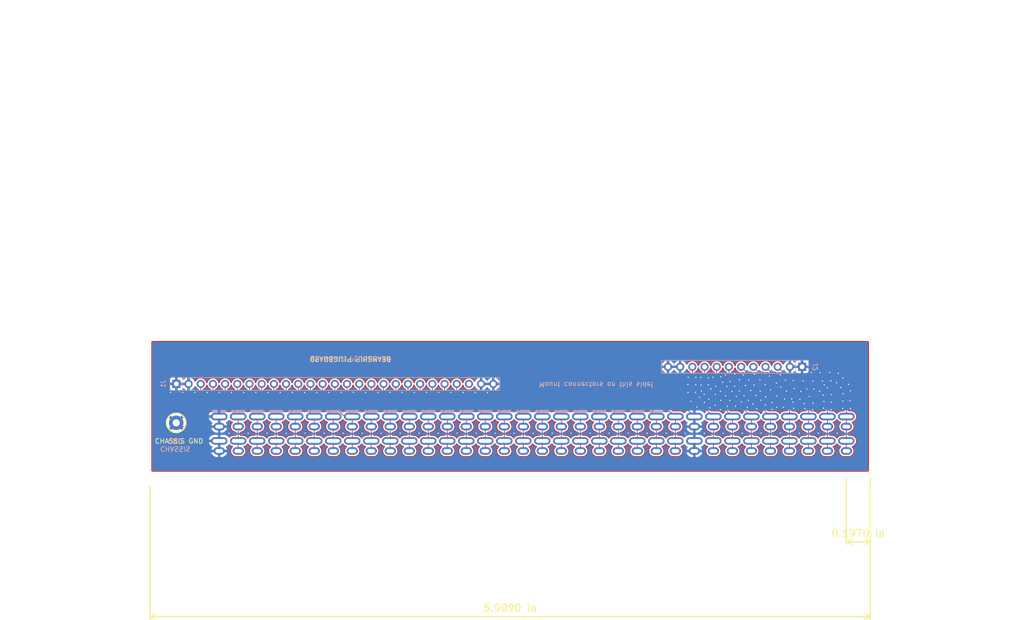
<source format=kicad_pcb>
(kicad_pcb (version 20171130) (host pcbnew 5.1.6+dfsg1-1~bpo10+1)
  (title_block (title "TH-XWhatsIt Controller pcb and optional plugboards") (date 2020-01-31) (rev 0.0.3) (company "Rainy Day Plans") (comment 1 "if plugboards are not needed, delete them ") (comment 4 "Licenced under CERN OHL Version 1.2"))
  (layers (0 F.Cu signal) (31 B.Cu signal) (34 B.Paste user) (35 F.Paste user) (36 B.SilkS user) (37 F.SilkS user) (38 B.Mask user) (39 F.Mask user) (44 Edge.Cuts user))
  (net 0 "")
  (net 1 /BSGROUND)
  (net 2 /BSCOL23)
  (net 3 /BSCOL22)
  (net 4 /BSCOL21)
  (net 5 /BSCOL20)
  (net 6 /BSCOL19)
  (net 7 /BSCOL18)
  (net 8 /BSCOL17)
  (net 9 /BSCOL16)
  (net 10 /BSCOL15)
  (net 11 /BSCOL14)
  (net 12 /BSCOL13)
  (net 13 /BSCOL12)
  (net 14 /BSCOL11)
  (net 15 /BSCOL10)
  (net 16 /BSCOL9)
  (net 17 /BSCOL8)
  (net 18 /BSCOL7)
  (net 19 /BSCOL6)
  (net 20 /BSCOL5)
  (net 21 /BSCOL4)
  (net 22 /BSCOL3)
  (net 23 /BSCOL2)
  (net 24 /BSCOL1)
  (net 25 /BSSENSE4)
  (net 26 /BSSENSE3)
  (net 27 /BSSENSE2)
  (net 28 /BSSENSE1)
  (net 29 "Net-(J7-Pad4)")
  (net 30 /BSSENSE7)
  (net 31 /BSSENSE5)
  (net 32 /BSSENSE8)
  (net 33 "Net-(J7-Pad3)")
  (net 34 /BSSENSE6)
  (module TH-XWhatsIt:ChassisGnd (layer F.Cu) (at 90.2208 124.7902)
    (fp_text reference H3 hide)
    (fp_text value "GROUND STRAP" hide)
    (fp_text user "CHASSIS GND" (at 0.5792 3.8098 180) (layer F.SilkS))
    (pad 1 thru_hole circle (at 0 0) (size 3 3) (drill 1.5) (layers *.Cu *.Mask) (net 1 /BSGROUND))
  )
  (module TH-XWhatsIt:beamship_new (layer F.Cu) (at 156.5984 131.0107)
    (fp_text reference J7 hide)
    (fp_text value Conn_01x34 hide)
    (pad 34 thru_hole oval (at 73.26 -7.53) (size 3.45 1.55) (drill oval 2.7 0.8) (layers *.Cu *.Mask) (net 32 /BSSENSE8))
    (pad 33 thru_hole oval (at 69.3 -7.53) (size 3.45 1.55) (drill oval 2.7 0.8) (layers *.Cu *.Mask) (net 30 /BSSENSE7))
    (pad 32 thru_hole oval (at 65.34 -7.53) (size 3.45 1.55) (drill oval 2.7 0.8) (layers *.Cu *.Mask) (net 34 /BSSENSE6))
    (pad 31 thru_hole oval (at 61.38 -7.53) (size 3.45 1.55) (drill oval 2.7 0.8) (layers *.Cu *.Mask) (net 31 /BSSENSE5))
    (pad 34 thru_hole oval (at 73.26 -2.45) (size 3.42 1.55) (drill oval 2.7 0.8) (layers *.Cu *.Mask) (net 32 /BSSENSE8))
    (pad 33 thru_hole oval (at 69.3 -2.45) (size 3.42 1.55) (drill oval 2.7 0.8) (layers *.Cu *.Mask) (net 30 /BSSENSE7))
    (pad 32 thru_hole oval (at 65.34 -2.45) (size 3.42 1.55) (drill oval 2.7 0.8) (layers *.Cu *.Mask) (net 34 /BSSENSE6))
    (pad 31 thru_hole oval (at 61.38 -2.45) (size 3.42 1.55) (drill oval 2.7 0.8) (layers *.Cu *.Mask) (net 31 /BSSENSE5))
    (pad 34 thru_hole oval (at 73.26 -5.44) (size 2.35 1.55) (drill oval 1.6 0.8) (layers *.Cu *.Mask) (net 32 /BSSENSE8))
    (pad 33 thru_hole oval (at 69.3 -5.44) (size 2.35 1.55) (drill oval 1.6 0.8) (layers *.Cu *.Mask) (net 30 /BSSENSE7))
    (pad 32 thru_hole oval (at 65.34 -5.44) (size 2.35 1.55) (drill oval 1.6 0.8) (layers *.Cu *.Mask) (net 34 /BSSENSE6))
    (pad 31 thru_hole oval (at 61.38 -5.44) (size 2.35 1.55) (drill oval 1.6 0.8) (layers *.Cu *.Mask) (net 31 /BSSENSE5))
    (pad 34 thru_hole oval (at 73.26 -0.36) (size 2.35 1.55) (drill oval 1.6 0.8) (layers *.Cu *.Mask) (net 32 /BSSENSE8))
    (pad 33 thru_hole oval (at 69.3 -0.36) (size 2.35 1.55) (drill oval 1.6 0.8) (layers *.Cu *.Mask) (net 30 /BSSENSE7))
    (pad 32 thru_hole oval (at 65.34 -0.36) (size 2.35 1.55) (drill oval 1.6 0.8) (layers *.Cu *.Mask) (net 34 /BSSENSE6))
    (pad 31 thru_hole oval (at 61.38 -0.36) (size 2.35 1.55) (drill oval 1.6 0.8) (layers *.Cu *.Mask) (net 31 /BSSENSE5))
    (pad 30 thru_hole oval (at 57.42 -7.53) (size 3.45 1.55) (drill oval 2.7 0.8) (layers *.Cu *.Mask) (net 25 /BSSENSE4))
    (pad 29 thru_hole oval (at 53.46 -7.53) (size 3.45 1.55) (drill oval 2.7 0.8) (layers *.Cu *.Mask) (net 26 /BSSENSE3))
    (pad 28 thru_hole oval (at 49.5 -7.53) (size 3.45 1.55) (drill oval 2.7 0.8) (layers *.Cu *.Mask) (net 27 /BSSENSE2))
    (pad 27 thru_hole oval (at 45.54 -7.53) (size 3.45 1.55) (drill oval 2.7 0.8) (layers *.Cu *.Mask) (net 28 /BSSENSE1))
    (pad 26 thru_hole oval (at 41.58 -7.53) (size 3.45 1.55) (drill oval 2.7 0.8) (layers *.Cu *.Mask) (net 1 /BSGROUND))
    (pad 25 thru_hole oval (at 37.62 -7.53) (size 3.45 1.55) (drill oval 2.7 0.8) (layers *.Cu *.Mask) (net 3 /BSCOL22))
    (pad 24 thru_hole oval (at 33.66 -7.53) (size 3.45 1.55) (drill oval 2.7 0.8) (layers *.Cu *.Mask) (net 4 /BSCOL21))
    (pad 23 thru_hole oval (at 29.7 -7.53) (size 3.45 1.55) (drill oval 2.7 0.8) (layers *.Cu *.Mask) (net 5 /BSCOL20))
    (pad 22 thru_hole oval (at 25.74 -7.53) (size 3.45 1.55) (drill oval 2.7 0.8) (layers *.Cu *.Mask) (net 6 /BSCOL19))
    (pad 21 thru_hole oval (at 21.78 -7.53) (size 3.45 1.55) (drill oval 2.7 0.8) (layers *.Cu *.Mask) (net 7 /BSCOL18))
    (pad 20 thru_hole oval (at 17.82 -7.53) (size 3.45 1.55) (drill oval 2.7 0.8) (layers *.Cu *.Mask) (net 8 /BSCOL17))
    (pad 19 thru_hole oval (at 13.86 -7.53) (size 3.45 1.55) (drill oval 2.7 0.8) (layers *.Cu *.Mask) (net 9 /BSCOL16))
    (pad 18 thru_hole oval (at 9.9 -7.53) (size 3.45 1.55) (drill oval 2.7 0.8) (layers *.Cu *.Mask) (net 10 /BSCOL15))
    (pad 17 thru_hole oval (at 5.94 -7.53) (size 3.45 1.55) (drill oval 2.7 0.8) (layers *.Cu *.Mask) (net 11 /BSCOL14))
    (pad 16 thru_hole oval (at 1.98 -7.53) (size 3.45 1.55) (drill oval 2.7 0.8) (layers *.Cu *.Mask) (net 12 /BSCOL13))
    (pad 15 thru_hole oval (at -1.98 -7.53) (size 3.45 1.55) (drill oval 2.7 0.8) (layers *.Cu *.Mask) (net 13 /BSCOL12))
    (pad 14 thru_hole oval (at -5.94 -7.53) (size 3.45 1.55) (drill oval 2.7 0.8) (layers *.Cu *.Mask) (net 14 /BSCOL11))
    (pad 13 thru_hole oval (at -9.9 -7.53) (size 3.45 1.55) (drill oval 2.7 0.8) (layers *.Cu *.Mask) (net 15 /BSCOL10))
    (pad 12 thru_hole oval (at -13.86 -7.53) (size 3.45 1.55) (drill oval 2.7 0.8) (layers *.Cu *.Mask) (net 16 /BSCOL9))
    (pad 11 thru_hole oval (at -17.82 -7.53) (size 3.45 1.55) (drill oval 2.7 0.8) (layers *.Cu *.Mask) (net 17 /BSCOL8))
    (pad 10 thru_hole oval (at -21.78 -7.53) (size 3.45 1.55) (drill oval 2.7 0.8) (layers *.Cu *.Mask) (net 18 /BSCOL7))
    (pad 9 thru_hole oval (at -25.74 -7.53) (size 3.45 1.55) (drill oval 2.7 0.8) (layers *.Cu *.Mask) (net 19 /BSCOL6))
    (pad 8 thru_hole oval (at -29.7 -7.53) (size 3.45 1.55) (drill oval 2.7 0.8) (layers *.Cu *.Mask) (net 20 /BSCOL5))
    (pad 7 thru_hole oval (at -33.66 -7.53) (size 3.45 1.55) (drill oval 2.7 0.8) (layers *.Cu *.Mask) (net 21 /BSCOL4))
    (pad 6 thru_hole oval (at -37.62 -7.53) (size 3.45 1.55) (drill oval 2.7 0.8) (layers *.Cu *.Mask) (net 22 /BSCOL3))
    (pad 5 thru_hole oval (at -41.58 -7.53) (size 3.45 1.55) (drill oval 2.7 0.8) (layers *.Cu *.Mask) (net 23 /BSCOL2))
    (pad 4 thru_hole oval (at -45.54 -7.53) (size 3.45 1.55) (drill oval 2.7 0.8) (layers *.Cu *.Mask) (net 29 "Net-(J7-Pad4)"))
    (pad 3 thru_hole oval (at -49.5 -7.53) (size 3.45 1.55) (drill oval 2.7 0.8) (layers *.Cu *.Mask) (net 33 "Net-(J7-Pad3)"))
    (pad 2 thru_hole oval (at -53.46 -7.53) (size 3.45 1.55) (drill oval 2.7 0.8) (layers *.Cu *.Mask) (net 24 /BSCOL1))
    (pad 30 thru_hole oval (at 57.42 -2.45) (size 3.42 1.55) (drill oval 2.7 0.8) (layers *.Cu *.Mask) (net 25 /BSSENSE4))
    (pad 29 thru_hole oval (at 53.46 -2.45) (size 3.42 1.55) (drill oval 2.7 0.8) (layers *.Cu *.Mask) (net 26 /BSSENSE3))
    (pad 28 thru_hole oval (at 49.5 -2.45) (size 3.42 1.55) (drill oval 2.7 0.8) (layers *.Cu *.Mask) (net 27 /BSSENSE2))
    (pad 27 thru_hole oval (at 45.54 -2.45) (size 3.42 1.55) (drill oval 2.7 0.8) (layers *.Cu *.Mask) (net 28 /BSSENSE1))
    (pad 26 thru_hole oval (at 41.58 -2.45) (size 3.42 1.55) (drill oval 2.7 0.8) (layers *.Cu *.Mask) (net 1 /BSGROUND))
    (pad 25 thru_hole oval (at 37.62 -2.45) (size 3.42 1.55) (drill oval 2.7 0.8) (layers *.Cu *.Mask) (net 3 /BSCOL22))
    (pad 24 thru_hole oval (at 33.66 -2.45) (size 3.42 1.55) (drill oval 2.7 0.8) (layers *.Cu *.Mask) (net 4 /BSCOL21))
    (pad 23 thru_hole oval (at 29.7 -2.45) (size 3.42 1.55) (drill oval 2.7 0.8) (layers *.Cu *.Mask) (net 5 /BSCOL20))
    (pad 22 thru_hole oval (at 25.74 -2.45) (size 3.42 1.55) (drill oval 2.7 0.8) (layers *.Cu *.Mask) (net 6 /BSCOL19))
    (pad 21 thru_hole oval (at 21.78 -2.45) (size 3.42 1.55) (drill oval 2.7 0.8) (layers *.Cu *.Mask) (net 7 /BSCOL18))
    (pad 20 thru_hole oval (at 17.82 -2.45) (size 3.42 1.55) (drill oval 2.7 0.8) (layers *.Cu *.Mask) (net 8 /BSCOL17))
    (pad 19 thru_hole oval (at 13.86 -2.45) (size 3.42 1.55) (drill oval 2.7 0.8) (layers *.Cu *.Mask) (net 9 /BSCOL16))
    (pad 18 thru_hole oval (at 9.9 -2.45) (size 3.42 1.55) (drill oval 2.7 0.8) (layers *.Cu *.Mask) (net 10 /BSCOL15))
    (pad 17 thru_hole oval (at 5.94 -2.45) (size 3.42 1.55) (drill oval 2.7 0.8) (layers *.Cu *.Mask) (net 11 /BSCOL14))
    (pad 16 thru_hole oval (at 1.98 -2.45) (size 3.42 1.55) (drill oval 2.7 0.8) (layers *.Cu *.Mask) (net 12 /BSCOL13))
    (pad 15 thru_hole oval (at -1.98 -2.45) (size 3.42 1.55) (drill oval 2.7 0.8) (layers *.Cu *.Mask) (net 13 /BSCOL12))
    (pad 14 thru_hole oval (at -5.94 -2.45) (size 3.42 1.55) (drill oval 2.7 0.8) (layers *.Cu *.Mask) (net 14 /BSCOL11))
    (pad 13 thru_hole oval (at -9.9 -2.45) (size 3.42 1.55) (drill oval 2.7 0.8) (layers *.Cu *.Mask) (net 15 /BSCOL10))
    (pad 12 thru_hole oval (at -13.86 -2.45) (size 3.42 1.55) (drill oval 2.7 0.8) (layers *.Cu *.Mask) (net 16 /BSCOL9))
    (pad 11 thru_hole oval (at -17.82 -2.45) (size 3.42 1.55) (drill oval 2.7 0.8) (layers *.Cu *.Mask) (net 17 /BSCOL8))
    (pad 10 thru_hole oval (at -21.78 -2.45) (size 3.42 1.55) (drill oval 2.7 0.8) (layers *.Cu *.Mask) (net 18 /BSCOL7))
    (pad 9 thru_hole oval (at -25.74 -2.45) (size 3.42 1.55) (drill oval 2.7 0.8) (layers *.Cu *.Mask) (net 19 /BSCOL6))
    (pad 8 thru_hole oval (at -29.7 -2.45) (size 3.42 1.55) (drill oval 2.7 0.8) (layers *.Cu *.Mask) (net 20 /BSCOL5))
    (pad 7 thru_hole oval (at -33.66 -2.45) (size 3.42 1.55) (drill oval 2.7 0.8) (layers *.Cu *.Mask) (net 21 /BSCOL4))
    (pad 6 thru_hole oval (at -37.62 -2.45) (size 3.42 1.55) (drill oval 2.7 0.8) (layers *.Cu *.Mask) (net 22 /BSCOL3))
    (pad 5 thru_hole oval (at -41.58 -2.45) (size 3.42 1.55) (drill oval 2.7 0.8) (layers *.Cu *.Mask) (net 23 /BSCOL2))
    (pad 4 thru_hole oval (at -45.54 -2.45) (size 3.42 1.55) (drill oval 2.7 0.8) (layers *.Cu *.Mask) (net 29 "Net-(J7-Pad4)"))
    (pad 3 thru_hole oval (at -49.5 -2.45) (size 3.42 1.55) (drill oval 2.7 0.8) (layers *.Cu *.Mask) (net 33 "Net-(J7-Pad3)"))
    (pad 2 thru_hole oval (at -53.46 -2.45) (size 3.42 1.55) (drill oval 2.7 0.8) (layers *.Cu *.Mask) (net 24 /BSCOL1))
    (pad 30 thru_hole oval (at 57.42 -5.44) (size 2.35 1.55) (drill oval 1.6 0.8) (layers *.Cu *.Mask) (net 25 /BSSENSE4))
    (pad 29 thru_hole oval (at 53.46 -5.44) (size 2.35 1.55) (drill oval 1.6 0.8) (layers *.Cu *.Mask) (net 26 /BSSENSE3))
    (pad 28 thru_hole oval (at 49.5 -5.44) (size 2.35 1.55) (drill oval 1.6 0.8) (layers *.Cu *.Mask) (net 27 /BSSENSE2))
    (pad 27 thru_hole oval (at 45.54 -5.44) (size 2.35 1.55) (drill oval 1.6 0.8) (layers *.Cu *.Mask) (net 28 /BSSENSE1))
    (pad 26 thru_hole oval (at 41.58 -5.44) (size 2.35 1.55) (drill oval 1.6 0.8) (layers *.Cu *.Mask) (net 1 /BSGROUND))
    (pad 25 thru_hole oval (at 37.62 -5.44) (size 2.35 1.55) (drill oval 1.6 0.8) (layers *.Cu *.Mask) (net 3 /BSCOL22))
    (pad 24 thru_hole oval (at 33.66 -5.44) (size 2.35 1.55) (drill oval 1.6 0.8) (layers *.Cu *.Mask) (net 4 /BSCOL21))
    (pad 23 thru_hole oval (at 29.7 -5.44) (size 2.35 1.55) (drill oval 1.6 0.8) (layers *.Cu *.Mask) (net 5 /BSCOL20))
    (pad 22 thru_hole oval (at 25.74 -5.44) (size 2.35 1.55) (drill oval 1.6 0.8) (layers *.Cu *.Mask) (net 6 /BSCOL19))
    (pad 21 thru_hole oval (at 21.78 -5.44) (size 2.35 1.55) (drill oval 1.6 0.8) (layers *.Cu *.Mask) (net 7 /BSCOL18))
    (pad 20 thru_hole oval (at 17.82 -5.44) (size 2.35 1.55) (drill oval 1.6 0.8) (layers *.Cu *.Mask) (net 8 /BSCOL17))
    (pad 19 thru_hole oval (at 13.86 -5.44) (size 2.35 1.55) (drill oval 1.6 0.8) (layers *.Cu *.Mask) (net 9 /BSCOL16))
    (pad 18 thru_hole oval (at 9.9 -5.44) (size 2.35 1.55) (drill oval 1.6 0.8) (layers *.Cu *.Mask) (net 10 /BSCOL15))
    (pad 17 thru_hole oval (at 5.94 -5.44) (size 2.35 1.55) (drill oval 1.6 0.8) (layers *.Cu *.Mask) (net 11 /BSCOL14))
    (pad 16 thru_hole oval (at 1.98 -5.44) (size 2.35 1.55) (drill oval 1.6 0.8) (layers *.Cu *.Mask) (net 12 /BSCOL13))
    (pad 15 thru_hole oval (at -1.98 -5.44) (size 2.35 1.55) (drill oval 1.6 0.8) (layers *.Cu *.Mask) (net 13 /BSCOL12))
    (pad 14 thru_hole oval (at -5.94 -5.44) (size 2.35 1.55) (drill oval 1.6 0.8) (layers *.Cu *.Mask) (net 14 /BSCOL11))
    (pad 13 thru_hole oval (at -9.9 -5.44) (size 2.35 1.55) (drill oval 1.6 0.8) (layers *.Cu *.Mask) (net 15 /BSCOL10))
    (pad 12 thru_hole oval (at -13.86 -5.44) (size 2.35 1.55) (drill oval 1.6 0.8) (layers *.Cu *.Mask) (net 16 /BSCOL9))
    (pad 11 thru_hole oval (at -17.82 -5.44) (size 2.35 1.55) (drill oval 1.6 0.8) (layers *.Cu *.Mask) (net 17 /BSCOL8))
    (pad 10 thru_hole oval (at -21.78 -5.44) (size 2.35 1.55) (drill oval 1.6 0.8) (layers *.Cu *.Mask) (net 18 /BSCOL7))
    (pad 9 thru_hole oval (at -25.74 -5.44) (size 2.35 1.55) (drill oval 1.6 0.8) (layers *.Cu *.Mask) (net 19 /BSCOL6))
    (pad 8 thru_hole oval (at -29.7 -5.44) (size 2.35 1.55) (drill oval 1.6 0.8) (layers *.Cu *.Mask) (net 20 /BSCOL5))
    (pad 7 thru_hole oval (at -33.66 -5.44) (size 2.35 1.55) (drill oval 1.6 0.8) (layers *.Cu *.Mask) (net 21 /BSCOL4))
    (pad 6 thru_hole oval (at -37.62 -5.44) (size 2.35 1.55) (drill oval 1.6 0.8) (layers *.Cu *.Mask) (net 22 /BSCOL3))
    (pad 5 thru_hole oval (at -41.58 -5.44) (size 2.35 1.55) (drill oval 1.6 0.8) (layers *.Cu *.Mask) (net 23 /BSCOL2))
    (pad 4 thru_hole oval (at -45.54 -5.44) (size 2.35 1.55) (drill oval 1.6 0.8) (layers *.Cu *.Mask) (net 29 "Net-(J7-Pad4)"))
    (pad 3 thru_hole oval (at -49.5 -5.44) (size 2.35 1.55) (drill oval 1.6 0.8) (layers *.Cu *.Mask) (net 33 "Net-(J7-Pad3)"))
    (pad 2 thru_hole oval (at -53.46 -5.44) (size 2.35 1.55) (drill oval 1.6 0.8) (layers *.Cu *.Mask) (net 24 /BSCOL1))
    (pad 30 thru_hole oval (at 57.42 -0.36) (size 2.35 1.55) (drill oval 1.6 0.8) (layers *.Cu *.Mask) (net 25 /BSSENSE4))
    (pad 29 thru_hole oval (at 53.46 -0.36) (size 2.35 1.55) (drill oval 1.6 0.8) (layers *.Cu *.Mask) (net 26 /BSSENSE3))
    (pad 28 thru_hole oval (at 49.5 -0.36) (size 2.35 1.55) (drill oval 1.6 0.8) (layers *.Cu *.Mask) (net 27 /BSSENSE2))
    (pad 27 thru_hole oval (at 45.54 -0.36) (size 2.35 1.55) (drill oval 1.6 0.8) (layers *.Cu *.Mask) (net 28 /BSSENSE1))
    (pad 26 thru_hole oval (at 41.58 -0.36) (size 2.35 1.55) (drill oval 1.6 0.8) (layers *.Cu *.Mask) (net 1 /BSGROUND))
    (pad 25 thru_hole oval (at 37.62 -0.36) (size 2.35 1.55) (drill oval 1.6 0.8) (layers *.Cu *.Mask) (net 3 /BSCOL22))
    (pad 24 thru_hole oval (at 33.66 -0.36) (size 2.35 1.55) (drill oval 1.6 0.8) (layers *.Cu *.Mask) (net 4 /BSCOL21))
    (pad 23 thru_hole oval (at 29.7 -0.36) (size 2.35 1.55) (drill oval 1.6 0.8) (layers *.Cu *.Mask) (net 5 /BSCOL20))
    (pad 22 thru_hole oval (at 25.74 -0.36) (size 2.35 1.55) (drill oval 1.6 0.8) (layers *.Cu *.Mask) (net 6 /BSCOL19))
    (pad 21 thru_hole oval (at 21.78 -0.36) (size 2.35 1.55) (drill oval 1.6 0.8) (layers *.Cu *.Mask) (net 7 /BSCOL18))
    (pad 20 thru_hole oval (at 17.82 -0.36) (size 2.35 1.55) (drill oval 1.6 0.8) (layers *.Cu *.Mask) (net 8 /BSCOL17))
    (pad 19 thru_hole oval (at 13.86 -0.36) (size 2.35 1.55) (drill oval 1.6 0.8) (layers *.Cu *.Mask) (net 9 /BSCOL16))
    (pad 18 thru_hole oval (at 9.9 -0.36) (size 2.35 1.55) (drill oval 1.6 0.8) (layers *.Cu *.Mask) (net 10 /BSCOL15))
    (pad 17 thru_hole oval (at 5.94 -0.36) (size 2.35 1.55) (drill oval 1.6 0.8) (layers *.Cu *.Mask) (net 11 /BSCOL14))
    (pad 16 thru_hole oval (at 1.98 -0.36) (size 2.35 1.55) (drill oval 1.6 0.8) (layers *.Cu *.Mask) (net 12 /BSCOL13))
    (pad 15 thru_hole oval (at -1.98 -0.36) (size 2.35 1.55) (drill oval 1.6 0.8) (layers *.Cu *.Mask) (net 13 /BSCOL12))
    (pad 14 thru_hole oval (at -5.94 -0.36) (size 2.35 1.55) (drill oval 1.6 0.8) (layers *.Cu *.Mask) (net 14 /BSCOL11))
    (pad 13 thru_hole oval (at -9.9 -0.36) (size 2.35 1.55) (drill oval 1.6 0.8) (layers *.Cu *.Mask) (net 15 /BSCOL10))
    (pad 12 thru_hole oval (at -13.86 -0.36) (size 2.35 1.55) (drill oval 1.6 0.8) (layers *.Cu *.Mask) (net 16 /BSCOL9))
    (pad 11 thru_hole oval (at -17.82 -0.36) (size 2.35 1.55) (drill oval 1.6 0.8) (layers *.Cu *.Mask) (net 17 /BSCOL8))
    (pad 10 thru_hole oval (at -21.78 -0.36) (size 2.35 1.55) (drill oval 1.6 0.8) (layers *.Cu *.Mask) (net 18 /BSCOL7))
    (pad 9 thru_hole oval (at -25.74 -0.36) (size 2.35 1.55) (drill oval 1.6 0.8) (layers *.Cu *.Mask) (net 19 /BSCOL6))
    (pad 8 thru_hole oval (at -29.7 -0.36) (size 2.35 1.55) (drill oval 1.6 0.8) (layers *.Cu *.Mask) (net 20 /BSCOL5))
    (pad 7 thru_hole oval (at -33.66 -0.36) (size 2.35 1.55) (drill oval 1.6 0.8) (layers *.Cu *.Mask) (net 21 /BSCOL4))
    (pad 6 thru_hole oval (at -37.62 -0.36) (size 2.35 1.55) (drill oval 1.6 0.8) (layers *.Cu *.Mask) (net 22 /BSCOL3))
    (pad 5 thru_hole oval (at -41.58 -0.36) (size 2.35 1.55) (drill oval 1.6 0.8) (layers *.Cu *.Mask) (net 23 /BSCOL2))
    (pad 4 thru_hole oval (at -45.54 -0.36) (size 2.35 1.55) (drill oval 1.6 0.8) (layers *.Cu *.Mask) (net 29 "Net-(J7-Pad4)"))
    (pad 3 thru_hole oval (at -49.5 -0.36) (size 2.35 1.55) (drill oval 1.6 0.8) (layers *.Cu *.Mask) (net 33 "Net-(J7-Pad3)"))
    (pad 2 thru_hole oval (at -53.46 -0.36) (size 2.35 1.55) (drill oval 1.6 0.8) (layers *.Cu *.Mask) (net 24 /BSCOL1))
    (pad 1 thru_hole oval (at -57.42 -0.36) (size 2.35 1.55) (drill oval 1.6 0.8) (layers *.Cu *.Mask) (net 1 /BSGROUND))
    (pad 1 thru_hole oval (at -57.42 -2.45) (size 3.42 1.55) (drill oval 2.7 0.8) (layers *.Cu *.Mask) (net 1 /BSGROUND))
    (pad 1 thru_hole oval (at -57.42 -7.53) (size 3.45 1.55) (drill oval 2.7 0.8) (layers *.Cu *.Mask) (net 1 /BSGROUND))
    (pad 1 thru_hole oval (at -57.42 -5.44) (size 2.35 1.55) (drill oval 1.6 0.8) (layers *.Cu *.Mask) (net 1 /BSGROUND))
  )
  (module Connector_PinSocket_2.54mm:PinSocket_1x27_P2.54mm_Vertical (layer B.Cu) (at 90.24947 116.680685 270)
    (fp_text reference J1 (at 0 2.77 90) (layer B.SilkS) (effects (justify mirror)))
    (fp_text value "BEAMSPRING PLUGBOARD COLUMNS")
    (pad 27 thru_hole oval (at 0 -66.04 270) (size 1.7 1.7) (drill 1) (layers *.Cu *.Mask) (net 1 /BSGROUND))
    (pad 26 thru_hole oval (at 0 -63.5 270) (size 1.7 1.7) (drill 1) (layers *.Cu *.Mask) (net 1 /BSGROUND))
    (pad 25 thru_hole oval (at 0 -60.96 270) (size 1.7 1.7) (drill 1) (layers *.Cu *.Mask) (net 2 /BSCOL23))
    (pad 24 thru_hole oval (at 0 -58.42 270) (size 1.7 1.7) (drill 1) (layers *.Cu *.Mask) (net 3 /BSCOL22))
    (pad 23 thru_hole oval (at 0 -55.88 270) (size 1.7 1.7) (drill 1) (layers *.Cu *.Mask) (net 4 /BSCOL21))
    (pad 22 thru_hole oval (at 0 -53.34 270) (size 1.7 1.7) (drill 1) (layers *.Cu *.Mask) (net 5 /BSCOL20))
    (pad 21 thru_hole oval (at 0 -50.8 270) (size 1.7 1.7) (drill 1) (layers *.Cu *.Mask) (net 6 /BSCOL19))
    (pad 20 thru_hole oval (at 0 -48.26 270) (size 1.7 1.7) (drill 1) (layers *.Cu *.Mask) (net 7 /BSCOL18))
    (pad 19 thru_hole oval (at 0 -45.72 270) (size 1.7 1.7) (drill 1) (layers *.Cu *.Mask) (net 8 /BSCOL17))
    (pad 18 thru_hole oval (at 0 -43.18 270) (size 1.7 1.7) (drill 1) (layers *.Cu *.Mask) (net 9 /BSCOL16))
    (pad 17 thru_hole oval (at 0 -40.64 270) (size 1.7 1.7) (drill 1) (layers *.Cu *.Mask) (net 10 /BSCOL15))
    (pad 16 thru_hole oval (at 0 -38.1 270) (size 1.7 1.7) (drill 1) (layers *.Cu *.Mask) (net 11 /BSCOL14))
    (pad 15 thru_hole oval (at 0 -35.56 270) (size 1.7 1.7) (drill 1) (layers *.Cu *.Mask) (net 12 /BSCOL13))
    (pad 14 thru_hole oval (at 0 -33.02 270) (size 1.7 1.7) (drill 1) (layers *.Cu *.Mask) (net 13 /BSCOL12))
    (pad 13 thru_hole oval (at 0 -30.48 270) (size 1.7 1.7) (drill 1) (layers *.Cu *.Mask) (net 14 /BSCOL11))
    (pad 12 thru_hole oval (at 0 -27.94 270) (size 1.7 1.7) (drill 1) (layers *.Cu *.Mask) (net 15 /BSCOL10))
    (pad 11 thru_hole oval (at 0 -25.4 270) (size 1.7 1.7) (drill 1) (layers *.Cu *.Mask) (net 16 /BSCOL9))
    (pad 10 thru_hole oval (at 0 -22.86 270) (size 1.7 1.7) (drill 1) (layers *.Cu *.Mask) (net 17 /BSCOL8))
    (pad 9 thru_hole oval (at 0 -20.32 270) (size 1.7 1.7) (drill 1) (layers *.Cu *.Mask) (net 18 /BSCOL7))
    (pad 8 thru_hole oval (at 0 -17.78 270) (size 1.7 1.7) (drill 1) (layers *.Cu *.Mask) (net 19 /BSCOL6))
    (pad 7 thru_hole oval (at 0 -15.24 270) (size 1.7 1.7) (drill 1) (layers *.Cu *.Mask) (net 20 /BSCOL5))
    (pad 6 thru_hole oval (at 0 -12.7 270) (size 1.7 1.7) (drill 1) (layers *.Cu *.Mask) (net 21 /BSCOL4))
    (pad 5 thru_hole oval (at 0 -10.16 270) (size 1.7 1.7) (drill 1) (layers *.Cu *.Mask) (net 22 /BSCOL3))
    (pad 4 thru_hole oval (at 0 -7.62 270) (size 1.7 1.7) (drill 1) (layers *.Cu *.Mask) (net 23 /BSCOL2))
    (pad 3 thru_hole oval (at 0 -5.08 270) (size 1.7 1.7) (drill 1) (layers *.Cu *.Mask) (net 24 /BSCOL1))
    (pad 2 thru_hole oval (at 0 -2.54 270) (size 1.7 1.7) (drill 1) (layers *.Cu *.Mask) (net 1 /BSGROUND))
    (pad 1 thru_hole rect (at 0 0 270) (size 1.7 1.7) (drill 1) (layers *.Cu *.Mask) (net 1 /BSGROUND))
  )
  (module Connector_PinSocket_2.54mm:PinSocket_1x12_P2.54mm_Vertical (layer B.Cu) (at 220.622985 113.108807 90)
    (fp_text reference J2 (at 0 2.77 -90) (layer B.SilkS) (effects (justify mirror)))
    (fp_text value "BEAMSPRING PLUGBOARD ROWS")
    (pad 12 thru_hole oval (at 0 -27.94 90) (size 1.7 1.7) (drill 1) (layers *.Cu *.Mask) (net 1 /BSGROUND))
    (pad 11 thru_hole oval (at 0 -25.4 90) (size 1.7 1.7) (drill 1) (layers *.Cu *.Mask) (net 1 /BSGROUND))
    (pad 10 thru_hole oval (at 0 -22.86 90) (size 1.7 1.7) (drill 1) (layers *.Cu *.Mask) (net 28 /BSSENSE1))
    (pad 9 thru_hole oval (at 0 -20.32 90) (size 1.7 1.7) (drill 1) (layers *.Cu *.Mask) (net 27 /BSSENSE2))
    (pad 8 thru_hole oval (at 0 -17.78 90) (size 1.7 1.7) (drill 1) (layers *.Cu *.Mask) (net 26 /BSSENSE3))
    (pad 7 thru_hole oval (at 0 -15.24 90) (size 1.7 1.7) (drill 1) (layers *.Cu *.Mask) (net 25 /BSSENSE4))
    (pad 6 thru_hole oval (at 0 -12.7 90) (size 1.7 1.7) (drill 1) (layers *.Cu *.Mask) (net 31 /BSSENSE5))
    (pad 5 thru_hole oval (at 0 -10.16 90) (size 1.7 1.7) (drill 1) (layers *.Cu *.Mask) (net 34 /BSSENSE6))
    (pad 4 thru_hole oval (at 0 -7.62 90) (size 1.7 1.7) (drill 1) (layers *.Cu *.Mask) (net 30 /BSSENSE7))
    (pad 3 thru_hole oval (at 0 -5.08 90) (size 1.7 1.7) (drill 1) (layers *.Cu *.Mask) (net 32 /BSSENSE8))
    (pad 2 thru_hole oval (at 0 -2.54 90) (size 1.7 1.7) (drill 1) (layers *.Cu *.Mask) (net 1 /BSGROUND))
    (pad 1 thru_hole rect (at 0 0 90) (size 1.7 1.7) (drill 1) (layers *.Cu *.Mask) (net 1 /BSGROUND))
  )
  (gr_text "Mount connectors on this side!" (at 177.7 116.8 180) (layer B.SilkS) (effects (font (size 1 1)) (justify mirror)))
  (gr_text "CHASSIS\nGND" (at 90 129.4 180) (layer B.SilkS) (effects (font (size 1 1)) (justify mirror)))
  (gr_text "BEAMSHIP PLUGBOARD" (at 126.6 111.4 180) (layer B.SilkS) (effects (font (size 1 1)) (justify mirror)))
  (gr_text "BEAMSHIP PLUGBOARD" (at 126.5 111.5 180) (layer F.SilkS) (effects (font (size 1 1))))
  (gr_arc (start 234.3 134.7) (end 234.3 135.3) (angle -90) (layer Edge.Cuts) (width 0.05))
  (gr_arc (start 85.3 134.7) (end 84.7 134.7) (angle -90) (layer Edge.Cuts) (width 0.05))
  (gr_arc (start 85.3 108) (end 85.3 107.4) (angle -90) (layer Edge.Cuts) (width 0.05))
  (gr_arc (start 234.3 108) (end 234.9 108) (angle -90) (layer Edge.Cuts) (width 0.05))
  (gr_line (start 234.9 134.7) (end 234.9 108) (layer Edge.Cuts) (width 0.05))
  (gr_line (start 85.3 107.4) (end 234.3 107.4) (layer Edge.Cuts) (width 0.05))
  (gr_line (start 84.7 134.7) (end 84.7 108) (layer Edge.Cuts) (width 0.05))
  (gr_line (start 234.3 135.3) (end 85.3 135.3) (layer Edge.Cuts) (width 0.05))
  (dimension 5.003864 (width 0.3) (layer F.SilkS) (gr_text "5.004 mm" (at 232.346532 151.7074) (layer F.SilkS) (effects (font (size 1.5 1.5) (thickness 0.3)))) (feature1 (pts (xy 234.848464 136.374) (xy 234.848464 150.193821))) (feature2 (pts (xy 229.8446 136.374) (xy 229.8446 150.193821))) (crossbar (pts (xy 229.8446 149.6074) (xy 234.848464 149.6074))) (arrow1a (pts (xy 234.848464 149.6074) (xy 233.72196 150.193821))) (arrow1b (pts (xy 234.848464 149.6074) (xy 233.72196 149.020979))) (arrow2a (pts (xy 229.8446 149.6074) (xy 230.971104 150.193821))) (arrow2b (pts (xy 229.8446 149.6074) (xy 230.971104 149.020979))))
  (dimension 150.0886 (width 0.3) (layer F.SilkS) (gr_text "150.089 mm" (at 159.8041 167.2762) (layer F.SilkS) (effects (font (size 1.5 1.5) (thickness 0.3)))) (feature1 (pts (xy 84.7598 138.0744) (xy 84.7598 165.762621))) (feature2 (pts (xy 234.8484 138.0744) (xy 234.8484 165.762621))) (crossbar (pts (xy 234.8484 165.1762) (xy 84.7598 165.1762))) (arrow1a (pts (xy 84.7598 165.1762) (xy 85.886304 164.589779))) (arrow1b (pts (xy 84.7598 165.1762) (xy 85.886304 165.762621))) (arrow2a (pts (xy 234.8484 165.1762) (xy 233.721896 164.589779))) (arrow2b (pts (xy 234.8484 165.1762) (xy 233.721896 165.762621))))
  (segment (start 99.1784 130.6507) (end 99.1784 123.4807) (width 0.1524) (layer F.Cu) (net 1))
  (segment (start 91.0013 125.5707) (end 90.2208 124.7902) (width 0.1524) (layer F.Cu) (net 1))
  (segment (start 99.1784 125.5707) (end 91.0013 125.5707) (width 0.1524) (layer F.Cu) (net 1))
  (segment (start 90.2208 116.709355) (end 90.24947 116.680685) (width 0.1524) (layer F.Cu) (net 1))
  (segment (start 90.24947 116.680685) (end 92.78947 116.680685) (width 0.1524) (layer F.Cu) (net 1))
  (segment (start 153.74947 116.680685) (end 156.28947 116.680685) (width 0.1524) (layer F.Cu) (net 1))
  (segment (start 195.222985 120.525285) (end 198.1784 123.4807) (width 0.1524) (layer F.Cu) (net 1))
  (segment (start 195.222985 113.108807) (end 195.222985 120.525285) (width 0.1524) (layer F.Cu) (net 1))
  (segment (start 198.1784 130.6507) (end 198.1784 123.4807) (width 0.1524) (layer F.Cu) (net 1))
  (via (at 147.45 118.45) (size 0.508) (drill 0.254) (layers F.Cu B.Cu) (net 1))
  (via (at 144.91 118.45) (size 0.508) (drill 0.254) (layers F.Cu B.Cu) (net 1))
  (via (at 142.37 118.45) (size 0.508) (drill 0.254) (layers F.Cu B.Cu) (net 1))
  (via (at 139.83 118.45) (size 0.508) (drill 0.254) (layers F.Cu B.Cu) (net 1))
  (via (at 137.29 118.45) (size 0.508) (drill 0.254) (layers F.Cu B.Cu) (net 1))
  (via (at 134.75 118.45) (size 0.508) (drill 0.254) (layers F.Cu B.Cu) (net 1))
  (via (at 132.21 118.45) (size 0.508) (drill 0.254) (layers F.Cu B.Cu) (net 1))
  (via (at 129.67 118.45) (size 0.508) (drill 0.254) (layers F.Cu B.Cu) (net 1))
  (via (at 127.13 118.45) (size 0.508) (drill 0.254) (layers F.Cu B.Cu) (net 1))
  (via (at 124.59 118.45) (size 0.508) (drill 0.254) (layers F.Cu B.Cu) (net 1))
  (via (at 122.05 118.45) (size 0.508) (drill 0.254) (layers F.Cu B.Cu) (net 1))
  (via (at 119.51 118.45) (size 0.508) (drill 0.254) (layers F.Cu B.Cu) (net 1))
  (via (at 116.97 118.45) (size 0.508) (drill 0.254) (layers F.Cu B.Cu) (net 1))
  (via (at 114.43 118.45) (size 0.508) (drill 0.254) (layers F.Cu B.Cu) (net 1))
  (via (at 111.89 118.45) (size 0.508) (drill 0.254) (layers F.Cu B.Cu) (net 1))
  (via (at 109.35 118.45) (size 0.508) (drill 0.254) (layers F.Cu B.Cu) (net 1))
  (via (at 106.81 118.45) (size 0.508) (drill 0.254) (layers F.Cu B.Cu) (net 1))
  (via (at 104.27 118.45) (size 0.508) (drill 0.254) (layers F.Cu B.Cu) (net 1))
  (via (at 101.73 118.45) (size 0.508) (drill 0.254) (layers F.Cu B.Cu) (net 1))
  (via (at 99.19 118.45) (size 0.508) (drill 0.254) (layers F.Cu B.Cu) (net 1))
  (via (at 96.65 118.45) (size 0.508) (drill 0.254) (layers F.Cu B.Cu) (net 1))
  (via (at 94.11 118.45) (size 0.508) (drill 0.254) (layers F.Cu B.Cu) (net 1))
  (via (at 91.57 118.45) (size 0.508) (drill 0.254) (layers F.Cu B.Cu) (net 1))
  (via (at 89.03 118.45) (size 0.508) (drill 0.254) (layers F.Cu B.Cu) (net 1))
  (via (at 149.99 118.45) (size 0.508) (drill 0.254) (layers F.Cu B.Cu) (net 1))
  (via (at 152.53 118.45) (size 0.508) (drill 0.254) (layers F.Cu B.Cu) (net 1))
  (via (at 155.07 118.45) (size 0.508) (drill 0.254) (layers F.Cu B.Cu) (net 1))
  (via (at 101.25 126.95) (size 0.508) (drill 0.254) (layers F.Cu B.Cu) (net 1))
  (via (at 105.21 126.95) (size 0.508) (drill 0.254) (layers F.Cu B.Cu) (net 1))
  (via (at 109.17 126.95) (size 0.508) (drill 0.254) (layers F.Cu B.Cu) (net 1))
  (via (at 113.13 126.95) (size 0.508) (drill 0.254) (layers F.Cu B.Cu) (net 1))
  (via (at 117.09 126.95) (size 0.508) (drill 0.254) (layers F.Cu B.Cu) (net 1))
  (via (at 121.05 126.95) (size 0.508) (drill 0.254) (layers F.Cu B.Cu) (net 1))
  (via (at 125.01 126.95) (size 0.508) (drill 0.254) (layers F.Cu B.Cu) (net 1))
  (via (at 128.97 126.95) (size 0.508) (drill 0.254) (layers F.Cu B.Cu) (net 1))
  (via (at 132.93 126.95) (size 0.508) (drill 0.254) (layers F.Cu B.Cu) (net 1))
  (via (at 136.89 126.95) (size 0.508) (drill 0.254) (layers F.Cu B.Cu) (net 1))
  (via (at 140.85 126.95) (size 0.508) (drill 0.254) (layers F.Cu B.Cu) (net 1))
  (via (at 144.81 126.95) (size 0.508) (drill 0.254) (layers F.Cu B.Cu) (net 1))
  (via (at 148.77 126.95) (size 0.508) (drill 0.254) (layers F.Cu B.Cu) (net 1))
  (via (at 152.73 126.95) (size 0.508) (drill 0.254) (layers F.Cu B.Cu) (net 1))
  (via (at 156.69 126.95) (size 0.508) (drill 0.254) (layers F.Cu B.Cu) (net 1))
  (via (at 160.65 126.95) (size 0.508) (drill 0.254) (layers F.Cu B.Cu) (net 1))
  (via (at 164.61 126.95) (size 0.508) (drill 0.254) (layers F.Cu B.Cu) (net 1))
  (via (at 168.57 126.95) (size 0.508) (drill 0.254) (layers F.Cu B.Cu) (net 1))
  (via (at 172.53 126.95) (size 0.508) (drill 0.254) (layers F.Cu B.Cu) (net 1))
  (via (at 176.49 126.95) (size 0.508) (drill 0.254) (layers F.Cu B.Cu) (net 1))
  (via (at 180.45 126.95) (size 0.508) (drill 0.254) (layers F.Cu B.Cu) (net 1))
  (via (at 184.41 126.95) (size 0.508) (drill 0.254) (layers F.Cu B.Cu) (net 1))
  (via (at 188.37 126.95) (size 0.508) (drill 0.254) (layers F.Cu B.Cu) (net 1))
  (via (at 192.33 126.95) (size 0.508) (drill 0.254) (layers F.Cu B.Cu) (net 1))
  (via (at 196.29 126.95) (size 0.508) (drill 0.254) (layers F.Cu B.Cu) (net 1))
  (via (at 200.25 126.95) (size 0.508) (drill 0.254) (layers F.Cu B.Cu) (net 1))
  (via (at 204.21 126.95) (size 0.508) (drill 0.254) (layers F.Cu B.Cu) (net 1))
  (via (at 208.17 126.95) (size 0.508) (drill 0.254) (layers F.Cu B.Cu) (net 1))
  (via (at 212.13 126.95) (size 0.508) (drill 0.254) (layers F.Cu B.Cu) (net 1))
  (via (at 216.09 126.95) (size 0.508) (drill 0.254) (layers F.Cu B.Cu) (net 1))
  (via (at 220.05 126.95) (size 0.508) (drill 0.254) (layers F.Cu B.Cu) (net 1))
  (via (at 224.01 126.95) (size 0.508) (drill 0.254) (layers F.Cu B.Cu) (net 1))
  (via (at 227.97 126.95) (size 0.508) (drill 0.254) (layers F.Cu B.Cu) (net 1))
  (via (at 196.9 115.3) (size 0.508) (drill 0.254) (layers F.Cu B.Cu) (net 1))
  (via (at 196.825 116.8) (size 0.508) (drill 0.254) (layers F.Cu B.Cu) (net 1))
  (via (at 196.85 118.475) (size 0.508) (drill 0.254) (layers F.Cu B.Cu) (net 1))
  (via (at 197.45 120.325) (size 0.508) (drill 0.254) (layers F.Cu B.Cu) (net 1))
  (via (at 198.725 121.475) (size 0.508) (drill 0.254) (layers F.Cu B.Cu) (net 1))
  (via (at 198.5 115.3) (size 0.508) (drill 0.254) (layers F.Cu B.Cu) (net 1))
  (via (at 198.475 116.875) (size 0.508) (drill 0.254) (layers F.Cu B.Cu) (net 1))
  (via (at 198.425 118.425) (size 0.508) (drill 0.254) (layers F.Cu B.Cu) (net 1))
  (via (at 199.24 119.48) (size 0.508) (drill 0.254) (layers F.Cu B.Cu) (net 1))
  (via (at 200.28 120.54) (size 0.508) (drill 0.254) (layers F.Cu B.Cu) (net 1))
  (via (at 201.41 121.64) (size 0.508) (drill 0.254) (layers F.Cu B.Cu) (net 1))
  (via (at 199.55 115.3) (size 0.508) (drill 0.254) (layers F.Cu B.Cu) (net 1))
  (via (at 199.55 116.925) (size 0.508) (drill 0.254) (layers F.Cu B.Cu) (net 1))
  (via (at 199.65 118.175) (size 0.508) (drill 0.254) (layers F.Cu B.Cu) (net 1))
  (via (at 200.225 118.8) (size 0.508) (drill 0.254) (layers F.Cu B.Cu) (net 1))
  (via (at 201.2 119.825) (size 0.508) (drill 0.254) (layers F.Cu B.Cu) (net 1))
  (via (at 202.475 121.125) (size 0.508) (drill 0.254) (layers F.Cu B.Cu) (net 1))
  (via (at 203.6 122.025) (size 0.508) (drill 0.254) (layers F.Cu B.Cu) (net 1))
  (via (at 201.12 115.42) (size 0.508) (drill 0.254) (layers F.Cu B.Cu) (net 1))
  (via (at 201.06 116.85) (size 0.508) (drill 0.254) (layers F.Cu B.Cu) (net 1))
  (via (at 201.62 117.72) (size 0.508) (drill 0.254) (layers F.Cu B.Cu) (net 1))
  (via (at 202.56 118.85) (size 0.508) (drill 0.254) (layers F.Cu B.Cu) (net 1))
  (via (at 203.71 120.1) (size 0.508) (drill 0.254) (layers F.Cu B.Cu) (net 1))
  (via (at 205.03 121.33) (size 0.508) (drill 0.254) (layers F.Cu B.Cu) (net 1))
  (via (at 202.06 115.29) (size 0.508) (drill 0.254) (layers F.Cu B.Cu) (net 1))
  (via (at 202.61 117.18) (size 0.508) (drill 0.254) (layers F.Cu B.Cu) (net 1))
  (via (at 203.62 118.21) (size 0.508) (drill 0.254) (layers F.Cu B.Cu) (net 1))
  (via (at 204.67 119.17) (size 0.508) (drill 0.254) (layers F.Cu B.Cu) (net 1))
  (via (at 205.55 120.12) (size 0.508) (drill 0.254) (layers F.Cu B.Cu) (net 1))
  (via (at 206.74 121.32) (size 0.508) (drill 0.254) (layers F.Cu B.Cu) (net 1))
  (via (at 209.2 121.53) (size 0.508) (drill 0.254) (layers F.Cu B.Cu) (net 1))
  (via (at 207.96 120.39) (size 0.508) (drill 0.254) (layers F.Cu B.Cu) (net 1))
  (via (at 206.92 119.29) (size 0.508) (drill 0.254) (layers F.Cu B.Cu) (net 1))
  (via (at 206.03 118.25) (size 0.508) (drill 0.254) (layers F.Cu B.Cu) (net 1))
  (via (at 204.95 117.23) (size 0.508) (drill 0.254) (layers F.Cu B.Cu) (net 1))
  (via (at 204.06 116.32) (size 0.508) (drill 0.254) (layers F.Cu B.Cu) (net 1))
  (via (at 203.69 115.21) (size 0.508) (drill 0.254) (layers F.Cu B.Cu) (net 1))
  (via (at 204.65 114.78) (size 0.508) (drill 0.254) (layers F.Cu B.Cu) (net 1))
  (via (at 205.61 116.16) (size 0.508) (drill 0.254) (layers F.Cu B.Cu) (net 1))
  (via (at 206.59 117.14) (size 0.508) (drill 0.254) (layers F.Cu B.Cu) (net 1))
  (via (at 207.55 118.14) (size 0.508) (drill 0.254) (layers F.Cu B.Cu) (net 1))
  (via (at 208.52 119.16) (size 0.508) (drill 0.254) (layers F.Cu B.Cu) (net 1))
  (via (at 209.43 120.1) (size 0.508) (drill 0.254) (layers F.Cu B.Cu) (net 1))
  (via (at 210.35 120.86) (size 0.508) (drill 0.254) (layers F.Cu B.Cu) (net 1))
  (via (at 211.17 121.86) (size 0.508) (drill 0.254) (layers F.Cu B.Cu) (net 1))
  (via (at 212.925 116.825) (size 0.508) (drill 0.254) (layers F.Cu B.Cu) (net 1))
  (via (at 215.275 116.5) (size 0.508) (drill 0.254) (layers F.Cu B.Cu) (net 1))
  (via (at 217.14 115.91) (size 0.508) (drill 0.254) (layers F.Cu B.Cu) (net 1))
  (via (at 206.59 114.64) (size 0.508) (drill 0.254) (layers F.Cu B.Cu) (net 1))
  (via (at 207.56 115.79) (size 0.508) (drill 0.254) (layers F.Cu B.Cu) (net 1))
  (via (at 208.83 117) (size 0.508) (drill 0.254) (layers F.Cu B.Cu) (net 1))
  (via (at 209.94 118.04) (size 0.508) (drill 0.254) (layers F.Cu B.Cu) (net 1))
  (via (at 211 119.06) (size 0.508) (drill 0.254) (layers F.Cu B.Cu) (net 1))
  (via (at 212.04 120.07) (size 0.508) (drill 0.254) (layers F.Cu B.Cu) (net 1))
  (via (at 212.99 121.04) (size 0.508) (drill 0.254) (layers F.Cu B.Cu) (net 1))
  (via (at 214.4 121.99) (size 0.508) (drill 0.254) (layers F.Cu B.Cu) (net 1))
  (via (at 208.37 114.78) (size 0.508) (drill 0.254) (layers F.Cu B.Cu) (net 1))
  (via (at 209.5 115.88) (size 0.508) (drill 0.254) (layers F.Cu B.Cu) (net 1))
  (via (at 210.61 116.93) (size 0.508) (drill 0.254) (layers F.Cu B.Cu) (net 1))
  (via (at 211.9 118.18) (size 0.508) (drill 0.254) (layers F.Cu B.Cu) (net 1))
  (via (at 213.02 119.4) (size 0.508) (drill 0.254) (layers F.Cu B.Cu) (net 1))
  (via (at 214.33 120.58) (size 0.508) (drill 0.254) (layers F.Cu B.Cu) (net 1))
  (via (at 215.33 121.53) (size 0.508) (drill 0.254) (layers F.Cu B.Cu) (net 1))
  (via (at 216.76 121.57) (size 0.508) (drill 0.254) (layers F.Cu B.Cu) (net 1))
  (via (at 210.72 114.66) (size 0.508) (drill 0.254) (layers F.Cu B.Cu) (net 1))
  (via (at 211.84 115.79) (size 0.508) (drill 0.254) (layers F.Cu B.Cu) (net 1))
  (via (at 214.04 117.92) (size 0.508) (drill 0.254) (layers F.Cu B.Cu) (net 1))
  (via (at 215.35 119.22) (size 0.508) (drill 0.254) (layers F.Cu B.Cu) (net 1))
  (via (at 216.97 119.82) (size 0.508) (drill 0.254) (layers F.Cu B.Cu) (net 1))
  (via (at 218.73 120.49) (size 0.508) (drill 0.254) (layers F.Cu B.Cu) (net 1))
  (via (at 218.87 121.76) (size 0.508) (drill 0.254) (layers F.Cu B.Cu) (net 1))
  (via (at 218.46 119.79) (size 0.508) (drill 0.254) (layers F.Cu B.Cu) (net 1))
  (via (at 220.17 119.91) (size 0.508) (drill 0.254) (layers F.Cu B.Cu) (net 1))
  (via (at 221.07 120.77) (size 0.508) (drill 0.254) (layers F.Cu B.Cu) (net 1))
  (via (at 221.21 121.81) (size 0.508) (drill 0.254) (layers F.Cu B.Cu) (net 1))
  (via (at 213.83 115.05) (size 0.508) (drill 0.254) (layers F.Cu B.Cu) (net 1))
  (via (at 216.19 117.36) (size 0.508) (drill 0.254) (layers F.Cu B.Cu) (net 1))
  (via (at 217.36 118.18) (size 0.508) (drill 0.254) (layers F.Cu B.Cu) (net 1))
  (via (at 218.99 117.67) (size 0.508) (drill 0.254) (layers F.Cu B.Cu) (net 1))
  (via (at 220.38 118.25) (size 0.508) (drill 0.254) (layers F.Cu B.Cu) (net 1))
  (via (at 221.58 117.74) (size 0.508) (drill 0.254) (layers F.Cu B.Cu) (net 1))
  (via (at 223.06 117.73) (size 0.508) (drill 0.254) (layers F.Cu B.Cu) (net 1))
  (via (at 224.26 118.2) (size 0.508) (drill 0.254) (layers F.Cu B.Cu) (net 1))
  (via (at 225.03 119.03) (size 0.508) (drill 0.254) (layers F.Cu B.Cu) (net 1))
  (via (at 225.17 120.31) (size 0.508) (drill 0.254) (layers F.Cu B.Cu) (net 1))
  (via (at 225.1 121.71) (size 0.508) (drill 0.254) (layers F.Cu B.Cu) (net 1))
  (via (at 222.83 122.04) (size 0.508) (drill 0.254) (layers F.Cu B.Cu) (net 1))
  (via (at 222.9 120.7) (size 0.508) (drill 0.254) (layers F.Cu B.Cu) (net 1))
  (via (at 222.13 119.29) (size 0.508) (drill 0.254) (layers F.Cu B.Cu) (net 1))
  (via (at 216.09 114.78) (size 0.508) (drill 0.254) (layers F.Cu B.Cu) (net 1))
  (via (at 218.78 116) (size 0.508) (drill 0.254) (layers F.Cu B.Cu) (net 1))
  (via (at 220.86 116.04) (size 0.508) (drill 0.254) (layers F.Cu B.Cu) (net 1))
  (via (at 222.85 116.05) (size 0.508) (drill 0.254) (layers F.Cu B.Cu) (net 1))
  (via (at 224.86 116.09) (size 0.508) (drill 0.254) (layers F.Cu B.Cu) (net 1))
  (via (at 226.62 116.02) (size 0.508) (drill 0.254) (layers F.Cu B.Cu) (net 1))
  (via (at 227.8 116.44) (size 0.508) (drill 0.254) (layers F.Cu B.Cu) (net 1))
  (via (at 228.68 117.41) (size 0.508) (drill 0.254) (layers F.Cu B.Cu) (net 1))
  (via (at 229.15 118.71) (size 0.508) (drill 0.254) (layers F.Cu B.Cu) (net 1))
  (via (at 229.1 120.23) (size 0.508) (drill 0.254) (layers F.Cu B.Cu) (net 1))
  (via (at 229.05 121.78) (size 0.508) (drill 0.254) (layers F.Cu B.Cu) (net 1))
  (via (at 226.69 122.04) (size 0.508) (drill 0.254) (layers F.Cu B.Cu) (net 1))
  (via (at 226.72 120.46) (size 0.508) (drill 0.254) (layers F.Cu B.Cu) (net 1))
  (via (at 226.72 118.92) (size 0.508) (drill 0.254) (layers F.Cu B.Cu) (net 1))
  (via (at 225.91 117.46) (size 0.508) (drill 0.254) (layers F.Cu B.Cu) (net 1))
  (via (at 225.25 116.88) (size 0.508) (drill 0.254) (layers F.Cu B.Cu) (net 1))
  (via (at 222.55 114.31) (size 0.508) (drill 0.254) (layers F.Cu B.Cu) (net 1))
  (via (at 224.36 114.3) (size 0.508) (drill 0.254) (layers F.Cu B.Cu) (net 1))
  (via (at 226.37 114.31) (size 0.508) (drill 0.254) (layers F.Cu B.Cu) (net 1))
  (via (at 228.16 114.46) (size 0.508) (drill 0.254) (layers F.Cu B.Cu) (net 1))
  (via (at 229.11 115.44) (size 0.508) (drill 0.254) (layers F.Cu B.Cu) (net 1))
  (via (at 230.32 116.76) (size 0.508) (drill 0.254) (layers F.Cu B.Cu) (net 1))
  (via (at 230.68 118.1) (size 0.508) (drill 0.254) (layers F.Cu B.Cu) (net 1))
  (via (at 230.63 120.2) (size 0.508) (drill 0.254) (layers F.Cu B.Cu) (net 1))
  (via (at 230.71 121.8) (size 0.508) (drill 0.254) (layers F.Cu B.Cu) (net 1))
  (segment (start 194.2184 123.4807) (end 193.21479 122.47709) (width 0.1524) (layer F.Cu) (net 3))
  (segment (start 189.685856 122.47709) (end 189.381046 122.17228) (width 0.1524) (layer F.Cu) (net 3))
  (segment (start 193.21479 122.47709) (end 189.685856 122.47709) (width 0.1524) (layer F.Cu) (net 3))
  (segment (start 185.852112 122.17228) (end 185.547302 121.86747) (width 0.1524) (layer F.Cu) (net 3))
  (segment (start 189.381046 122.17228) (end 185.852112 122.17228) (width 0.1524) (layer F.Cu) (net 3))
  (segment (start 182.018368 121.86747) (end 181.713558 121.56266) (width 0.1524) (layer F.Cu) (net 3))
  (segment (start 185.547302 121.86747) (end 182.018368 121.86747) (width 0.1524) (layer F.Cu) (net 3))
  (segment (start 178.184624 121.56266) (end 177.879814 121.25785) (width 0.1524) (layer F.Cu) (net 3))
  (segment (start 181.713558 121.56266) (end 178.184624 121.56266) (width 0.1524) (layer F.Cu) (net 3))
  (segment (start 174.35088 121.25785) (end 174.04607 120.95304) (width 0.1524) (layer F.Cu) (net 3))
  (segment (start 177.879814 121.25785) (end 174.35088 121.25785) (width 0.1524) (layer F.Cu) (net 3))
  (segment (start 170.517136 120.95304) (end 170.212326 120.64823) (width 0.1524) (layer F.Cu) (net 3))
  (segment (start 174.04607 120.95304) (end 170.517136 120.95304) (width 0.1524) (layer F.Cu) (net 3))
  (segment (start 166.683392 120.64823) (end 166.378582 120.34342) (width 0.1524) (layer F.Cu) (net 3))
  (segment (start 170.212326 120.64823) (end 166.683392 120.64823) (width 0.1524) (layer F.Cu) (net 3))
  (segment (start 162.849648 120.34342) (end 162.544838 120.03861) (width 0.1524) (layer F.Cu) (net 3))
  (segment (start 166.378582 120.34342) (end 162.849648 120.34342) (width 0.1524) (layer F.Cu) (net 3))
  (segment (start 159.015904 120.03861) (end 158.711094 119.7338) (width 0.1524) (layer F.Cu) (net 3))
  (segment (start 162.544838 120.03861) (end 159.015904 120.03861) (width 0.1524) (layer F.Cu) (net 3))
  (segment (start 155.18216 119.7338) (end 154.87735 119.42899) (width 0.1524) (layer F.Cu) (net 3))
  (segment (start 158.711094 119.7338) (end 155.18216 119.7338) (width 0.1524) (layer F.Cu) (net 3))
  (segment (start 151.348416 119.42899) (end 151.043606 119.12418) (width 0.1524) (layer F.Cu) (net 3))
  (segment (start 154.87735 119.42899) (end 151.348416 119.42899) (width 0.1524) (layer F.Cu) (net 3))
  (segment (start 151.043606 119.12418) (end 149.22418 119.12418) (width 0.1524) (layer F.Cu) (net 3))
  (segment (start 148.66947 118.56947) (end 148.66947 116.680685) (width 0.1524) (layer F.Cu) (net 3))
  (segment (start 149.22418 119.12418) (end 148.66947 118.56947) (width 0.1524) (layer F.Cu) (net 3))
  (segment (start 194.2184 123.4807) (end 194.2184 130.6507) (width 0.1524) (layer F.Cu) (net 3))
  (segment (start 190.2584 123.4807) (end 189.25479 122.47709) (width 0.1524) (layer F.Cu) (net 4))
  (segment (start 185.725856 122.47709) (end 185.421046 122.17228) (width 0.1524) (layer F.Cu) (net 4))
  (segment (start 189.25479 122.47709) (end 185.725856 122.47709) (width 0.1524) (layer F.Cu) (net 4))
  (segment (start 181.892112 122.17228) (end 181.587302 121.86747) (width 0.1524) (layer F.Cu) (net 4))
  (segment (start 185.421046 122.17228) (end 181.892112 122.17228) (width 0.1524) (layer F.Cu) (net 4))
  (segment (start 178.058368 121.86747) (end 177.753558 121.56266) (width 0.1524) (layer F.Cu) (net 4))
  (segment (start 181.587302 121.86747) (end 178.058368 121.86747) (width 0.1524) (layer F.Cu) (net 4))
  (segment (start 174.224624 121.56266) (end 173.919814 121.25785) (width 0.1524) (layer F.Cu) (net 4))
  (segment (start 177.753558 121.56266) (end 174.224624 121.56266) (width 0.1524) (layer F.Cu) (net 4))
  (segment (start 170.39088 121.25785) (end 170.08607 120.95304) (width 0.1524) (layer F.Cu) (net 4))
  (segment (start 173.919814 121.25785) (end 170.39088 121.25785) (width 0.1524) (layer F.Cu) (net 4))
  (segment (start 166.557136 120.95304) (end 166.252326 120.64823) (width 0.1524) (layer F.Cu) (net 4))
  (segment (start 170.08607 120.95304) (end 166.557136 120.95304) (width 0.1524) (layer F.Cu) (net 4))
  (segment (start 162.723392 120.64823) (end 162.418582 120.34342) (width 0.1524) (layer F.Cu) (net 4))
  (segment (start 166.252326 120.64823) (end 162.723392 120.64823) (width 0.1524) (layer F.Cu) (net 4))
  (segment (start 158.889648 120.34342) (end 158.584838 120.03861) (width 0.1524) (layer F.Cu) (net 4))
  (segment (start 162.418582 120.34342) (end 158.889648 120.34342) (width 0.1524) (layer F.Cu) (net 4))
  (segment (start 155.055904 120.03861) (end 154.751094 119.7338) (width 0.1524) (layer F.Cu) (net 4))
  (segment (start 158.584838 120.03861) (end 155.055904 120.03861) (width 0.1524) (layer F.Cu) (net 4))
  (segment (start 151.22216 119.7338) (end 150.91735 119.42899) (width 0.1524) (layer F.Cu) (net 4))
  (segment (start 154.751094 119.7338) (end 151.22216 119.7338) (width 0.1524) (layer F.Cu) (net 4))
  (segment (start 147.388416 119.42899) (end 147.083606 119.12418) (width 0.1524) (layer F.Cu) (net 4))
  (segment (start 150.91735 119.42899) (end 147.388416 119.42899) (width 0.1524) (layer F.Cu) (net 4))
  (segment (start 147.083606 119.12418) (end 146.69918 119.12418) (width 0.1524) (layer F.Cu) (net 4))
  (segment (start 146.12947 118.55447) (end 146.12947 116.680685) (width 0.1524) (layer F.Cu) (net 4))
  (segment (start 146.69918 119.12418) (end 146.12947 118.55447) (width 0.1524) (layer F.Cu) (net 4))
  (segment (start 190.2584 130.6507) (end 190.2584 123.4807) (width 0.1524) (layer F.Cu) (net 4))
  (segment (start 186.2984 123.4807) (end 185.29479 122.47709) (width 0.1524) (layer F.Cu) (net 5))
  (segment (start 185.29479 122.47709) (end 181.765856 122.47709) (width 0.1524) (layer F.Cu) (net 5))
  (segment (start 181.765856 122.47709) (end 181.461046 122.17228) (width 0.1524) (layer F.Cu) (net 5))
  (segment (start 177.932112 122.17228) (end 177.627302 121.86747) (width 0.1524) (layer F.Cu) (net 5))
  (segment (start 181.461046 122.17228) (end 177.932112 122.17228) (width 0.1524) (layer F.Cu) (net 5))
  (segment (start 174.098368 121.86747) (end 173.793558 121.56266) (width 0.1524) (layer F.Cu) (net 5))
  (segment (start 177.627302 121.86747) (end 174.098368 121.86747) (width 0.1524) (layer F.Cu) (net 5))
  (segment (start 170.264624 121.56266) (end 169.959814 121.25785) (width 0.1524) (layer F.Cu) (net 5))
  (segment (start 173.793558 121.56266) (end 170.264624 121.56266) (width 0.1524) (layer F.Cu) (net 5))
  (segment (start 166.43088 121.25785) (end 166.12607 120.95304) (width 0.1524) (layer F.Cu) (net 5))
  (segment (start 169.959814 121.25785) (end 166.43088 121.25785) (width 0.1524) (layer F.Cu) (net 5))
  (segment (start 162.597136 120.95304) (end 162.292326 120.64823) (width 0.1524) (layer F.Cu) (net 5))
  (segment (start 166.12607 120.95304) (end 162.597136 120.95304) (width 0.1524) (layer F.Cu) (net 5))
  (segment (start 158.763392 120.64823) (end 158.458582 120.34342) (width 0.1524) (layer F.Cu) (net 5))
  (segment (start 162.292326 120.64823) (end 158.763392 120.64823) (width 0.1524) (layer F.Cu) (net 5))
  (segment (start 154.929648 120.34342) (end 154.624838 120.03861) (width 0.1524) (layer F.Cu) (net 5))
  (segment (start 158.458582 120.34342) (end 154.929648 120.34342) (width 0.1524) (layer F.Cu) (net 5))
  (segment (start 151.095904 120.03861) (end 150.791094 119.7338) (width 0.1524) (layer F.Cu) (net 5))
  (segment (start 154.624838 120.03861) (end 151.095904 120.03861) (width 0.1524) (layer F.Cu) (net 5))
  (segment (start 147.26216 119.7338) (end 146.95735 119.42899) (width 0.1524) (layer F.Cu) (net 5))
  (segment (start 150.791094 119.7338) (end 147.26216 119.7338) (width 0.1524) (layer F.Cu) (net 5))
  (segment (start 146.95735 119.42899) (end 144.07899 119.42899) (width 0.1524) (layer F.Cu) (net 5))
  (segment (start 143.58947 118.93947) (end 143.58947 116.680685) (width 0.1524) (layer F.Cu) (net 5))
  (segment (start 144.07899 119.42899) (end 143.58947 118.93947) (width 0.1524) (layer F.Cu) (net 5))
  (segment (start 186.2984 123.4807) (end 186.2984 130.6507) (width 0.1524) (layer F.Cu) (net 5))
  (segment (start 182.3384 123.4807) (end 181.33479 122.47709) (width 0.1524) (layer F.Cu) (net 6))
  (segment (start 177.805856 122.47709) (end 177.501046 122.17228) (width 0.1524) (layer F.Cu) (net 6))
  (segment (start 181.33479 122.47709) (end 177.805856 122.47709) (width 0.1524) (layer F.Cu) (net 6))
  (segment (start 173.972112 122.17228) (end 173.667302 121.86747) (width 0.1524) (layer F.Cu) (net 6))
  (segment (start 177.501046 122.17228) (end 173.972112 122.17228) (width 0.1524) (layer F.Cu) (net 6))
  (segment (start 170.138368 121.86747) (end 169.833558 121.56266) (width 0.1524) (layer F.Cu) (net 6))
  (segment (start 173.667302 121.86747) (end 170.138368 121.86747) (width 0.1524) (layer F.Cu) (net 6))
  (segment (start 166.304624 121.56266) (end 165.999814 121.25785) (width 0.1524) (layer F.Cu) (net 6))
  (segment (start 169.833558 121.56266) (end 166.304624 121.56266) (width 0.1524) (layer F.Cu) (net 6))
  (segment (start 162.47088 121.25785) (end 162.16607 120.95304) (width 0.1524) (layer F.Cu) (net 6))
  (segment (start 165.999814 121.25785) (end 162.47088 121.25785) (width 0.1524) (layer F.Cu) (net 6))
  (segment (start 158.637136 120.95304) (end 158.332326 120.64823) (width 0.1524) (layer F.Cu) (net 6))
  (segment (start 162.16607 120.95304) (end 158.637136 120.95304) (width 0.1524) (layer F.Cu) (net 6))
  (segment (start 154.803392 120.64823) (end 154.498582 120.34342) (width 0.1524) (layer F.Cu) (net 6))
  (segment (start 158.332326 120.64823) (end 154.803392 120.64823) (width 0.1524) (layer F.Cu) (net 6))
  (segment (start 150.969648 120.34342) (end 150.664838 120.03861) (width 0.1524) (layer F.Cu) (net 6))
  (segment (start 154.498582 120.34342) (end 150.969648 120.34342) (width 0.1524) (layer F.Cu) (net 6))
  (segment (start 147.135904 120.03861) (end 146.831094 119.7338) (width 0.1524) (layer F.Cu) (net 6))
  (segment (start 150.664838 120.03861) (end 147.135904 120.03861) (width 0.1524) (layer F.Cu) (net 6))
  (segment (start 143.30216 119.7338) (end 142.99735 119.42899) (width 0.1524) (layer F.Cu) (net 6))
  (segment (start 146.831094 119.7338) (end 143.30216 119.7338) (width 0.1524) (layer F.Cu) (net 6))
  (segment (start 142.99735 119.42899) (end 141.50399 119.42899) (width 0.1524) (layer F.Cu) (net 6))
  (segment (start 141.04947 118.97447) (end 141.04947 116.680685) (width 0.1524) (layer F.Cu) (net 6))
  (segment (start 141.50399 119.42899) (end 141.04947 118.97447) (width 0.1524) (layer F.Cu) (net 6))
  (segment (start 182.3384 130.6507) (end 182.3384 123.4807) (width 0.1524) (layer F.Cu) (net 6))
  (segment (start 173.845856 122.47709) (end 177.37479 122.47709) (width 0.1524) (layer F.Cu) (net 7))
  (segment (start 169.707302 121.86747) (end 170.012112 122.17228) (width 0.1524) (layer F.Cu) (net 7))
  (segment (start 170.012112 122.17228) (end 173.541046 122.17228) (width 0.1524) (layer F.Cu) (net 7))
  (segment (start 165.873558 121.56266) (end 166.178368 121.86747) (width 0.1524) (layer F.Cu) (net 7))
  (segment (start 162.039814 121.25785) (end 162.344624 121.56266) (width 0.1524) (layer F.Cu) (net 7))
  (segment (start 162.344624 121.56266) (end 165.873558 121.56266) (width 0.1524) (layer F.Cu) (net 7))
  (segment (start 138.50947 118.90111) (end 139.34216 119.7338) (width 0.1524) (layer F.Cu) (net 7))
  (segment (start 139.34216 119.7338) (end 142.871094 119.7338) (width 0.1524) (layer F.Cu) (net 7))
  (segment (start 142.871094 119.7338) (end 143.175904 120.03861) (width 0.1524) (layer F.Cu) (net 7))
  (segment (start 166.178368 121.86747) (end 169.707302 121.86747) (width 0.1524) (layer F.Cu) (net 7))
  (segment (start 143.175904 120.03861) (end 146.704838 120.03861) (width 0.1524) (layer F.Cu) (net 7))
  (segment (start 146.704838 120.03861) (end 147.009648 120.34342) (width 0.1524) (layer F.Cu) (net 7))
  (segment (start 150.538582 120.34342) (end 150.843392 120.64823) (width 0.1524) (layer F.Cu) (net 7))
  (segment (start 158.51088 121.25785) (end 162.039814 121.25785) (width 0.1524) (layer F.Cu) (net 7))
  (segment (start 173.541046 122.17228) (end 173.845856 122.47709) (width 0.1524) (layer F.Cu) (net 7))
  (segment (start 150.843392 120.64823) (end 154.372326 120.64823) (width 0.1524) (layer F.Cu) (net 7))
  (segment (start 154.372326 120.64823) (end 154.677136 120.95304) (width 0.1524) (layer F.Cu) (net 7))
  (segment (start 177.37479 122.47709) (end 178.3784 123.4807) (width 0.1524) (layer F.Cu) (net 7))
  (segment (start 154.677136 120.95304) (end 158.20607 120.95304) (width 0.1524) (layer F.Cu) (net 7))
  (segment (start 138.50947 116.680685) (end 138.50947 118.90111) (width 0.1524) (layer F.Cu) (net 7))
  (segment (start 147.009648 120.34342) (end 150.538582 120.34342) (width 0.1524) (layer F.Cu) (net 7))
  (segment (start 158.20607 120.95304) (end 158.51088 121.25785) (width 0.1524) (layer F.Cu) (net 7))
  (segment (start 178.3784 123.4807) (end 178.3784 130.6507) (width 0.1524) (layer F.Cu) (net 7))
  (segment (start 174.4184 123.4807) (end 173.41479 122.47709) (width 0.1524) (layer F.Cu) (net 8))
  (segment (start 169.885856 122.47709) (end 169.581046 122.17228) (width 0.1524) (layer F.Cu) (net 8))
  (segment (start 173.41479 122.47709) (end 169.885856 122.47709) (width 0.1524) (layer F.Cu) (net 8))
  (segment (start 166.052112 122.17228) (end 165.747302 121.86747) (width 0.1524) (layer F.Cu) (net 8))
  (segment (start 169.581046 122.17228) (end 166.052112 122.17228) (width 0.1524) (layer F.Cu) (net 8))
  (segment (start 162.218368 121.86747) (end 161.913558 121.56266) (width 0.1524) (layer F.Cu) (net 8))
  (segment (start 165.747302 121.86747) (end 162.218368 121.86747) (width 0.1524) (layer F.Cu) (net 8))
  (segment (start 158.384624 121.56266) (end 158.079814 121.25785) (width 0.1524) (layer F.Cu) (net 8))
  (segment (start 161.913558 121.56266) (end 158.384624 121.56266) (width 0.1524) (layer F.Cu) (net 8))
  (segment (start 154.55088 121.25785) (end 154.24607 120.95304) (width 0.1524) (layer F.Cu) (net 8))
  (segment (start 158.079814 121.25785) (end 154.55088 121.25785) (width 0.1524) (layer F.Cu) (net 8))
  (segment (start 150.717136 120.95304) (end 150.412326 120.64823) (width 0.1524) (layer F.Cu) (net 8))
  (segment (start 154.24607 120.95304) (end 150.717136 120.95304) (width 0.1524) (layer F.Cu) (net 8))
  (segment (start 146.883392 120.64823) (end 146.578582 120.34342) (width 0.1524) (layer F.Cu) (net 8))
  (segment (start 150.412326 120.64823) (end 146.883392 120.64823) (width 0.1524) (layer F.Cu) (net 8))
  (segment (start 143.049648 120.34342) (end 142.744838 120.03861) (width 0.1524) (layer F.Cu) (net 8))
  (segment (start 146.578582 120.34342) (end 143.049648 120.34342) (width 0.1524) (layer F.Cu) (net 8))
  (segment (start 139.215904 120.03861) (end 138.911094 119.7338) (width 0.1524) (layer F.Cu) (net 8))
  (segment (start 142.744838 120.03861) (end 139.215904 120.03861) (width 0.1524) (layer F.Cu) (net 8))
  (segment (start 138.911094 119.7338) (end 136.5338 119.7338) (width 0.1524) (layer F.Cu) (net 8))
  (segment (start 135.96947 119.16947) (end 135.96947 116.680685) (width 0.1524) (layer F.Cu) (net 8))
  (segment (start 136.5338 119.7338) (end 135.96947 119.16947) (width 0.1524) (layer F.Cu) (net 8))
  (segment (start 174.4184 130.6507) (end 174.4184 123.4807) (width 0.1524) (layer F.Cu) (net 8))
  (segment (start 170.4584 123.4807) (end 169.45479 122.47709) (width 0.1524) (layer F.Cu) (net 9))
  (segment (start 165.925856 122.47709) (end 165.621046 122.17228) (width 0.1524) (layer F.Cu) (net 9))
  (segment (start 169.45479 122.47709) (end 165.925856 122.47709) (width 0.1524) (layer F.Cu) (net 9))
  (segment (start 162.092112 122.17228) (end 161.787302 121.86747) (width 0.1524) (layer F.Cu) (net 9))
  (segment (start 165.621046 122.17228) (end 162.092112 122.17228) (width 0.1524) (layer F.Cu) (net 9))
  (segment (start 158.258368 121.86747) (end 157.953558 121.56266) (width 0.1524) (layer F.Cu) (net 9))
  (segment (start 161.787302 121.86747) (end 158.258368 121.86747) (width 0.1524) (layer F.Cu) (net 9))
  (segment (start 154.424624 121.56266) (end 154.119814 121.25785) (width 0.1524) (layer F.Cu) (net 9))
  (segment (start 157.953558 121.56266) (end 154.424624 121.56266) (width 0.1524) (layer F.Cu) (net 9))
  (segment (start 150.59088 121.25785) (end 150.28607 120.95304) (width 0.1524) (layer F.Cu) (net 9))
  (segment (start 154.119814 121.25785) (end 150.59088 121.25785) (width 0.1524) (layer F.Cu) (net 9))
  (segment (start 146.757136 120.95304) (end 146.452326 120.64823) (width 0.1524) (layer F.Cu) (net 9))
  (segment (start 150.28607 120.95304) (end 146.757136 120.95304) (width 0.1524) (layer F.Cu) (net 9))
  (segment (start 142.923392 120.64823) (end 142.618582 120.34342) (width 0.1524) (layer F.Cu) (net 9))
  (segment (start 146.452326 120.64823) (end 142.923392 120.64823) (width 0.1524) (layer F.Cu) (net 9))
  (segment (start 139.089648 120.34342) (end 138.784838 120.03861) (width 0.1524) (layer F.Cu) (net 9))
  (segment (start 142.618582 120.34342) (end 139.089648 120.34342) (width 0.1524) (layer F.Cu) (net 9))
  (segment (start 135.255904 120.03861) (end 134.951094 119.7338) (width 0.1524) (layer F.Cu) (net 9))
  (segment (start 138.784838 120.03861) (end 135.255904 120.03861) (width 0.1524) (layer F.Cu) (net 9))
  (segment (start 134.951094 119.7338) (end 133.9088 119.7338) (width 0.1524) (layer F.Cu) (net 9))
  (segment (start 133.42947 119.25447) (end 133.42947 116.680685) (width 0.1524) (layer F.Cu) (net 9))
  (segment (start 133.9088 119.7338) (end 133.42947 119.25447) (width 0.1524) (layer F.Cu) (net 9))
  (segment (start 170.4584 130.6507) (end 170.4584 123.4807) (width 0.1524) (layer F.Cu) (net 9))
  (segment (start 166.4984 123.4807) (end 165.49479 122.47709) (width 0.1524) (layer F.Cu) (net 10))
  (segment (start 161.965856 122.47709) (end 161.661046 122.17228) (width 0.1524) (layer F.Cu) (net 10))
  (segment (start 165.49479 122.47709) (end 161.965856 122.47709) (width 0.1524) (layer F.Cu) (net 10))
  (segment (start 158.132112 122.17228) (end 157.827302 121.86747) (width 0.1524) (layer F.Cu) (net 10))
  (segment (start 161.661046 122.17228) (end 158.132112 122.17228) (width 0.1524) (layer F.Cu) (net 10))
  (segment (start 154.298368 121.86747) (end 153.993558 121.56266) (width 0.1524) (layer F.Cu) (net 10))
  (segment (start 157.827302 121.86747) (end 154.298368 121.86747) (width 0.1524) (layer F.Cu) (net 10))
  (segment (start 150.464624 121.56266) (end 150.159814 121.25785) (width 0.1524) (layer F.Cu) (net 10))
  (segment (start 153.993558 121.56266) (end 150.464624 121.56266) (width 0.1524) (layer F.Cu) (net 10))
  (segment (start 146.63088 121.25785) (end 146.32607 120.95304) (width 0.1524) (layer F.Cu) (net 10))
  (segment (start 150.159814 121.25785) (end 146.63088 121.25785) (width 0.1524) (layer F.Cu) (net 10))
  (segment (start 142.797136 120.95304) (end 142.492326 120.64823) (width 0.1524) (layer F.Cu) (net 10))
  (segment (start 146.32607 120.95304) (end 142.797136 120.95304) (width 0.1524) (layer F.Cu) (net 10))
  (segment (start 138.963392 120.64823) (end 138.658582 120.34342) (width 0.1524) (layer F.Cu) (net 10))
  (segment (start 142.492326 120.64823) (end 138.963392 120.64823) (width 0.1524) (layer F.Cu) (net 10))
  (segment (start 135.129648 120.34342) (end 134.824838 120.03861) (width 0.1524) (layer F.Cu) (net 10))
  (segment (start 138.658582 120.34342) (end 135.129648 120.34342) (width 0.1524) (layer F.Cu) (net 10))
  (segment (start 131.295904 120.03861) (end 130.85 119.592706) (width 0.1524) (layer F.Cu) (net 10))
  (segment (start 134.824838 120.03861) (end 131.295904 120.03861) (width 0.1524) (layer F.Cu) (net 10))
  (segment (start 130.85 116.720155) (end 130.88947 116.680685) (width 0.1524) (layer F.Cu) (net 10))
  (segment (start 130.85 119.592706) (end 130.85 116.720155) (width 0.1524) (layer F.Cu) (net 10))
  (segment (start 166.4984 130.6507) (end 166.4984 123.4807) (width 0.1524) (layer F.Cu) (net 10))
  (segment (start 128.34947 119.42447) (end 128.34947 116.680685) (width 0.1524) (layer F.Cu) (net 11))
  (segment (start 130.864838 120.03861) (end 128.96361 120.03861) (width 0.1524) (layer F.Cu) (net 11))
  (segment (start 131.169648 120.34342) (end 130.864838 120.03861) (width 0.1524) (layer F.Cu) (net 11))
  (segment (start 134.698582 120.34342) (end 131.169648 120.34342) (width 0.1524) (layer F.Cu) (net 11))
  (segment (start 135.003392 120.64823) (end 134.698582 120.34342) (width 0.1524) (layer F.Cu) (net 11))
  (segment (start 128.96361 120.03861) (end 128.34947 119.42447) (width 0.1524) (layer F.Cu) (net 11))
  (segment (start 138.532326 120.64823) (end 135.003392 120.64823) (width 0.1524) (layer F.Cu) (net 11))
  (segment (start 162.5384 123.4807) (end 161.53479 122.47709) (width 0.1524) (layer F.Cu) (net 11))
  (segment (start 161.53479 122.47709) (end 158.005856 122.47709) (width 0.1524) (layer F.Cu) (net 11))
  (segment (start 158.005856 122.47709) (end 157.701046 122.17228) (width 0.1524) (layer F.Cu) (net 11))
  (segment (start 157.701046 122.17228) (end 154.172112 122.17228) (width 0.1524) (layer F.Cu) (net 11))
  (segment (start 153.867302 121.86747) (end 150.338368 121.86747) (width 0.1524) (layer F.Cu) (net 11))
  (segment (start 150.033558 121.56266) (end 146.504624 121.56266) (width 0.1524) (layer F.Cu) (net 11))
  (segment (start 146.504624 121.56266) (end 146.199814 121.25785) (width 0.1524) (layer F.Cu) (net 11))
  (segment (start 142.67088 121.25785) (end 142.36607 120.95304) (width 0.1524) (layer F.Cu) (net 11))
  (segment (start 154.172112 122.17228) (end 153.867302 121.86747) (width 0.1524) (layer F.Cu) (net 11))
  (segment (start 146.199814 121.25785) (end 142.67088 121.25785) (width 0.1524) (layer F.Cu) (net 11))
  (segment (start 142.36607 120.95304) (end 138.837136 120.95304) (width 0.1524) (layer F.Cu) (net 11))
  (segment (start 150.338368 121.86747) (end 150.033558 121.56266) (width 0.1524) (layer F.Cu) (net 11))
  (segment (start 138.837136 120.95304) (end 138.532326 120.64823) (width 0.1524) (layer F.Cu) (net 11))
  (segment (start 162.5384 123.4807) (end 162.5384 130.6507) (width 0.1524) (layer F.Cu) (net 11))
  (segment (start 158.5784 123.4807) (end 157.57479 122.47709) (width 0.1524) (layer F.Cu) (net 12))
  (segment (start 154.045856 122.47709) (end 153.741046 122.17228) (width 0.1524) (layer F.Cu) (net 12))
  (segment (start 157.57479 122.47709) (end 154.045856 122.47709) (width 0.1524) (layer F.Cu) (net 12))
  (segment (start 150.212112 122.17228) (end 149.907302 121.86747) (width 0.1524) (layer F.Cu) (net 12))
  (segment (start 153.741046 122.17228) (end 150.212112 122.17228) (width 0.1524) (layer F.Cu) (net 12))
  (segment (start 146.378368 121.86747) (end 146.073558 121.56266) (width 0.1524) (layer F.Cu) (net 12))
  (segment (start 149.907302 121.86747) (end 146.378368 121.86747) (width 0.1524) (layer F.Cu) (net 12))
  (segment (start 142.544624 121.56266) (end 142.239814 121.25785) (width 0.1524) (layer F.Cu) (net 12))
  (segment (start 146.073558 121.56266) (end 142.544624 121.56266) (width 0.1524) (layer F.Cu) (net 12))
  (segment (start 138.71088 121.25785) (end 138.40607 120.95304) (width 0.1524) (layer F.Cu) (net 12))
  (segment (start 142.239814 121.25785) (end 138.71088 121.25785) (width 0.1524) (layer F.Cu) (net 12))
  (segment (start 134.877136 120.95304) (end 134.572326 120.64823) (width 0.1524) (layer F.Cu) (net 12))
  (segment (start 138.40607 120.95304) (end 134.877136 120.95304) (width 0.1524) (layer F.Cu) (net 12))
  (segment (start 131.043392 120.64823) (end 130.738582 120.34342) (width 0.1524) (layer F.Cu) (net 12))
  (segment (start 134.572326 120.64823) (end 131.043392 120.64823) (width 0.1524) (layer F.Cu) (net 12))
  (segment (start 130.738582 120.34342) (end 126.39342 120.34342) (width 0.1524) (layer F.Cu) (net 12))
  (segment (start 125.80947 119.75947) (end 125.80947 116.680685) (width 0.1524) (layer F.Cu) (net 12))
  (segment (start 126.39342 120.34342) (end 125.80947 119.75947) (width 0.1524) (layer F.Cu) (net 12))
  (segment (start 158.5784 123.4807) (end 158.5784 130.6507) (width 0.1524) (layer F.Cu) (net 12))
  (segment (start 154.6184 123.4807) (end 153.61479 122.47709) (width 0.1524) (layer F.Cu) (net 13))
  (segment (start 150.085856 122.47709) (end 149.781046 122.17228) (width 0.1524) (layer F.Cu) (net 13))
  (segment (start 153.61479 122.47709) (end 150.085856 122.47709) (width 0.1524) (layer F.Cu) (net 13))
  (segment (start 146.252112 122.17228) (end 145.947302 121.86747) (width 0.1524) (layer F.Cu) (net 13))
  (segment (start 149.781046 122.17228) (end 146.252112 122.17228) (width 0.1524) (layer F.Cu) (net 13))
  (segment (start 142.418368 121.86747) (end 142.113558 121.56266) (width 0.1524) (layer F.Cu) (net 13))
  (segment (start 145.947302 121.86747) (end 142.418368 121.86747) (width 0.1524) (layer F.Cu) (net 13))
  (segment (start 138.584624 121.56266) (end 138.279814 121.25785) (width 0.1524) (layer F.Cu) (net 13))
  (segment (start 142.113558 121.56266) (end 138.584624 121.56266) (width 0.1524) (layer F.Cu) (net 13))
  (segment (start 134.75088 121.25785) (end 134.44607 120.95304) (width 0.1524) (layer F.Cu) (net 13))
  (segment (start 138.279814 121.25785) (end 134.75088 121.25785) (width 0.1524) (layer F.Cu) (net 13))
  (segment (start 130.917136 120.95304) (end 130.612326 120.64823) (width 0.1524) (layer F.Cu) (net 13))
  (segment (start 134.44607 120.95304) (end 130.917136 120.95304) (width 0.1524) (layer F.Cu) (net 13))
  (segment (start 125.49271 120.64823) (end 125.1879 120.34342) (width 0.1524) (layer F.Cu) (net 13))
  (segment (start 130.612326 120.64823) (end 125.49271 120.64823) (width 0.1524) (layer F.Cu) (net 13))
  (segment (start 125.1879 120.34342) (end 123.71842 120.34342) (width 0.1524) (layer F.Cu) (net 13))
  (segment (start 123.26947 119.89447) (end 123.26947 116.680685) (width 0.1524) (layer F.Cu) (net 13))
  (segment (start 123.71842 120.34342) (end 123.26947 119.89447) (width 0.1524) (layer F.Cu) (net 13))
  (segment (start 154.6184 123.4807) (end 154.6184 130.6507) (width 0.1524) (layer F.Cu) (net 13))
  (segment (start 150.6584 123.4807) (end 149.65479 122.47709) (width 0.1524) (layer F.Cu) (net 14))
  (segment (start 146.125856 122.47709) (end 145.821046 122.17228) (width 0.1524) (layer F.Cu) (net 14))
  (segment (start 149.65479 122.47709) (end 146.125856 122.47709) (width 0.1524) (layer F.Cu) (net 14))
  (segment (start 142.292112 122.17228) (end 141.987302 121.86747) (width 0.1524) (layer F.Cu) (net 14))
  (segment (start 145.821046 122.17228) (end 142.292112 122.17228) (width 0.1524) (layer F.Cu) (net 14))
  (segment (start 138.458368 121.86747) (end 138.153558 121.56266) (width 0.1524) (layer F.Cu) (net 14))
  (segment (start 141.987302 121.86747) (end 138.458368 121.86747) (width 0.1524) (layer F.Cu) (net 14))
  (segment (start 134.624624 121.56266) (end 134.319814 121.25785) (width 0.1524) (layer F.Cu) (net 14))
  (segment (start 138.153558 121.56266) (end 134.624624 121.56266) (width 0.1524) (layer F.Cu) (net 14))
  (segment (start 130.79088 121.25785) (end 130.48607 120.95304) (width 0.1524) (layer F.Cu) (net 14))
  (segment (start 134.319814 121.25785) (end 130.79088 121.25785) (width 0.1524) (layer F.Cu) (net 14))
  (segment (start 125.366454 120.95304) (end 125.061644 120.64823) (width 0.1524) (layer F.Cu) (net 14))
  (segment (start 130.48607 120.95304) (end 125.366454 120.95304) (width 0.1524) (layer F.Cu) (net 14))
  (segment (start 123.123392 120.64823) (end 122.818582 120.34342) (width 0.1524) (layer F.Cu) (net 14))
  (segment (start 125.061644 120.64823) (end 123.123392 120.64823) (width 0.1524) (layer F.Cu) (net 14))
  (segment (start 122.818582 120.34342) (end 121.21842 120.34342) (width 0.1524) (layer F.Cu) (net 14))
  (segment (start 120.72947 119.85447) (end 120.72947 116.680685) (width 0.1524) (layer F.Cu) (net 14))
  (segment (start 121.21842 120.34342) (end 120.72947 119.85447) (width 0.1524) (layer F.Cu) (net 14))
  (segment (start 150.6584 130.6507) (end 150.6584 123.4807) (width 0.1524) (layer F.Cu) (net 14))
  (segment (start 146.6984 123.4807) (end 145.69479 122.47709) (width 0.1524) (layer F.Cu) (net 15))
  (segment (start 142.165856 122.47709) (end 141.861046 122.17228) (width 0.1524) (layer F.Cu) (net 15))
  (segment (start 145.69479 122.47709) (end 142.165856 122.47709) (width 0.1524) (layer F.Cu) (net 15))
  (segment (start 138.332112 122.17228) (end 138.027302 121.86747) (width 0.1524) (layer F.Cu) (net 15))
  (segment (start 141.861046 122.17228) (end 138.332112 122.17228) (width 0.1524) (layer F.Cu) (net 15))
  (segment (start 134.498368 121.86747) (end 134.193558 121.56266) (width 0.1524) (layer F.Cu) (net 15))
  (segment (start 138.027302 121.86747) (end 134.498368 121.86747) (width 0.1524) (layer F.Cu) (net 15))
  (segment (start 130.664624 121.56266) (end 130.359814 121.25785) (width 0.1524) (layer F.Cu) (net 15))
  (segment (start 134.193558 121.56266) (end 130.664624 121.56266) (width 0.1524) (layer F.Cu) (net 15))
  (segment (start 125.240198 121.25785) (end 124.935388 120.95304) (width 0.1524) (layer F.Cu) (net 15))
  (segment (start 130.359814 121.25785) (end 125.240198 121.25785) (width 0.1524) (layer F.Cu) (net 15))
  (segment (start 122.997136 120.95304) (end 122.692326 120.64823) (width 0.1524) (layer F.Cu) (net 15))
  (segment (start 124.935388 120.95304) (end 122.997136 120.95304) (width 0.1524) (layer F.Cu) (net 15))
  (segment (start 119.163392 120.64823) (end 118.858582 120.34342) (width 0.1524) (layer F.Cu) (net 15))
  (segment (start 122.692326 120.64823) (end 119.163392 120.64823) (width 0.1524) (layer F.Cu) (net 15))
  (segment (start 118.858582 120.34342) (end 118.51842 120.34342) (width 0.1524) (layer F.Cu) (net 15))
  (segment (start 118.18947 120.01447) (end 118.18947 116.680685) (width 0.1524) (layer F.Cu) (net 15))
  (segment (start 118.51842 120.34342) (end 118.18947 120.01447) (width 0.1524) (layer F.Cu) (net 15))
  (segment (start 146.6984 123.4807) (end 146.6984 130.6507) (width 0.1524) (layer F.Cu) (net 15))
  (segment (start 142.7384 123.4807) (end 141.73479 122.47709) (width 0.1524) (layer F.Cu) (net 16))
  (segment (start 138.205856 122.47709) (end 137.901046 122.17228) (width 0.1524) (layer F.Cu) (net 16))
  (segment (start 141.73479 122.47709) (end 138.205856 122.47709) (width 0.1524) (layer F.Cu) (net 16))
  (segment (start 134.372112 122.17228) (end 134.067302 121.86747) (width 0.1524) (layer F.Cu) (net 16))
  (segment (start 137.901046 122.17228) (end 134.372112 122.17228) (width 0.1524) (layer F.Cu) (net 16))
  (segment (start 130.538368 121.86747) (end 130.233558 121.56266) (width 0.1524) (layer F.Cu) (net 16))
  (segment (start 134.067302 121.86747) (end 130.538368 121.86747) (width 0.1524) (layer F.Cu) (net 16))
  (segment (start 125.113942 121.56266) (end 124.809132 121.25785) (width 0.1524) (layer F.Cu) (net 16))
  (segment (start 130.233558 121.56266) (end 125.113942 121.56266) (width 0.1524) (layer F.Cu) (net 16))
  (segment (start 122.87088 121.25785) (end 122.56607 120.95304) (width 0.1524) (layer F.Cu) (net 16))
  (segment (start 124.809132 121.25785) (end 122.87088 121.25785) (width 0.1524) (layer F.Cu) (net 16))
  (segment (start 119.037136 120.95304) (end 118.732326 120.64823) (width 0.1524) (layer F.Cu) (net 16))
  (segment (start 122.56607 120.95304) (end 119.037136 120.95304) (width 0.1524) (layer F.Cu) (net 16))
  (segment (start 118.732326 120.64823) (end 116.27323 120.64823) (width 0.1524) (layer F.Cu) (net 16))
  (segment (start 115.64947 120.02447) (end 115.64947 116.680685) (width 0.1524) (layer F.Cu) (net 16))
  (segment (start 116.27323 120.64823) (end 115.64947 120.02447) (width 0.1524) (layer F.Cu) (net 16))
  (segment (start 142.7384 130.6507) (end 142.7384 123.4807) (width 0.1524) (layer F.Cu) (net 16))
  (segment (start 138.7784 123.4807) (end 137.77479 122.47709) (width 0.1524) (layer F.Cu) (net 17))
  (segment (start 134.245856 122.47709) (end 133.941046 122.17228) (width 0.1524) (layer F.Cu) (net 17))
  (segment (start 137.77479 122.47709) (end 134.245856 122.47709) (width 0.1524) (layer F.Cu) (net 17))
  (segment (start 130.412112 122.17228) (end 130.107302 121.86747) (width 0.1524) (layer F.Cu) (net 17))
  (segment (start 133.941046 122.17228) (end 130.412112 122.17228) (width 0.1524) (layer F.Cu) (net 17))
  (segment (start 124.987686 121.86747) (end 124.682876 121.56266) (width 0.1524) (layer F.Cu) (net 17))
  (segment (start 130.107302 121.86747) (end 124.987686 121.86747) (width 0.1524) (layer F.Cu) (net 17))
  (segment (start 122.744624 121.56266) (end 122.439814 121.25785) (width 0.1524) (layer F.Cu) (net 17))
  (segment (start 124.682876 121.56266) (end 122.744624 121.56266) (width 0.1524) (layer F.Cu) (net 17))
  (segment (start 118.91088 121.25785) (end 118.60607 120.95304) (width 0.1524) (layer F.Cu) (net 17))
  (segment (start 122.439814 121.25785) (end 118.91088 121.25785) (width 0.1524) (layer F.Cu) (net 17))
  (segment (start 115.077136 120.95304) (end 114.772326 120.64823) (width 0.1524) (layer F.Cu) (net 17))
  (segment (start 118.60607 120.95304) (end 115.077136 120.95304) (width 0.1524) (layer F.Cu) (net 17))
  (segment (start 114.772326 120.64823) (end 113.52323 120.64823) (width 0.1524) (layer F.Cu) (net 17))
  (segment (start 113.10947 120.23447) (end 113.10947 116.680685) (width 0.1524) (layer F.Cu) (net 17))
  (segment (start 113.52323 120.64823) (end 113.10947 120.23447) (width 0.1524) (layer F.Cu) (net 17))
  (segment (start 138.7784 123.4807) (end 138.7784 130.6507) (width 0.1524) (layer F.Cu) (net 17))
  (segment (start 134.8184 123.4807) (end 133.81479 122.47709) (width 0.1524) (layer F.Cu) (net 18))
  (segment (start 130.285856 122.47709) (end 129.981046 122.17228) (width 0.1524) (layer F.Cu) (net 18))
  (segment (start 133.81479 122.47709) (end 130.285856 122.47709) (width 0.1524) (layer F.Cu) (net 18))
  (segment (start 124.86143 122.17228) (end 124.55662 121.86747) (width 0.1524) (layer F.Cu) (net 18))
  (segment (start 129.981046 122.17228) (end 124.86143 122.17228) (width 0.1524) (layer F.Cu) (net 18))
  (segment (start 122.618368 121.86747) (end 122.313558 121.56266) (width 0.1524) (layer F.Cu) (net 18))
  (segment (start 124.55662 121.86747) (end 122.618368 121.86747) (width 0.1524) (layer F.Cu) (net 18))
  (segment (start 118.784624 121.56266) (end 118.479814 121.25785) (width 0.1524) (layer F.Cu) (net 18))
  (segment (start 122.313558 121.56266) (end 118.784624 121.56266) (width 0.1524) (layer F.Cu) (net 18))
  (segment (start 114.95088 121.25785) (end 114.64607 120.95304) (width 0.1524) (layer F.Cu) (net 18))
  (segment (start 118.479814 121.25785) (end 114.95088 121.25785) (width 0.1524) (layer F.Cu) (net 18))
  (segment (start 114.64607 120.95304) (end 111.15304 120.95304) (width 0.1524) (layer F.Cu) (net 18))
  (segment (start 110.56947 120.36947) (end 110.56947 116.680685) (width 0.1524) (layer F.Cu) (net 18))
  (segment (start 111.15304 120.95304) (end 110.56947 120.36947) (width 0.1524) (layer F.Cu) (net 18))
  (segment (start 134.8184 130.6507) (end 134.8184 123.4807) (width 0.1524) (layer F.Cu) (net 18))
  (segment (start 130.8584 123.4807) (end 129.85479 122.47709) (width 0.1524) (layer F.Cu) (net 19))
  (segment (start 124.735174 122.47709) (end 124.430364 122.17228) (width 0.1524) (layer F.Cu) (net 19))
  (segment (start 129.85479 122.47709) (end 124.735174 122.47709) (width 0.1524) (layer F.Cu) (net 19))
  (segment (start 122.492112 122.17228) (end 122.187302 121.86747) (width 0.1524) (layer F.Cu) (net 19))
  (segment (start 124.430364 122.17228) (end 122.492112 122.17228) (width 0.1524) (layer F.Cu) (net 19))
  (segment (start 118.658368 121.86747) (end 118.353558 121.56266) (width 0.1524) (layer F.Cu) (net 19))
  (segment (start 122.187302 121.86747) (end 118.658368 121.86747) (width 0.1524) (layer F.Cu) (net 19))
  (segment (start 114.824624 121.56266) (end 114.519814 121.25785) (width 0.1524) (layer F.Cu) (net 19))
  (segment (start 118.353558 121.56266) (end 114.824624 121.56266) (width 0.1524) (layer F.Cu) (net 19))
  (segment (start 114.519814 121.25785) (end 108.35785 121.25785) (width 0.1524) (layer F.Cu) (net 19))
  (segment (start 108.02947 120.92947) (end 108.02947 116.680685) (width 0.1524) (layer F.Cu) (net 19))
  (segment (start 108.35785 121.25785) (end 108.02947 120.92947) (width 0.1524) (layer F.Cu) (net 19))
  (segment (start 130.8584 123.4807) (end 130.8584 130.6507) (width 0.1524) (layer F.Cu) (net 19))
  (segment (start 126.8984 130.6507) (end 126.8984 123.4807) (width 0.1524) (layer F.Cu) (net 20))
  (segment (start 125.307718 123.4807) (end 124.304108 122.47709) (width 0.1524) (layer F.Cu) (net 20))
  (segment (start 126.8984 123.4807) (end 125.307718 123.4807) (width 0.1524) (layer F.Cu) (net 20))
  (segment (start 122.365856 122.47709) (end 122.061046 122.17228) (width 0.1524) (layer F.Cu) (net 20))
  (segment (start 124.304108 122.47709) (end 122.365856 122.47709) (width 0.1524) (layer F.Cu) (net 20))
  (segment (start 118.532112 122.17228) (end 118.227302 121.86747) (width 0.1524) (layer F.Cu) (net 20))
  (segment (start 122.061046 122.17228) (end 118.532112 122.17228) (width 0.1524) (layer F.Cu) (net 20))
  (segment (start 114.698368 121.86747) (end 114.393558 121.56266) (width 0.1524) (layer F.Cu) (net 20))
  (segment (start 118.227302 121.86747) (end 114.698368 121.86747) (width 0.1524) (layer F.Cu) (net 20))
  (segment (start 114.393558 121.56266) (end 105.81266 121.56266) (width 0.1524) (layer F.Cu) (net 20))
  (segment (start 105.48947 121.23947) (end 105.48947 116.680685) (width 0.1524) (layer F.Cu) (net 20))
  (segment (start 105.81266 121.56266) (end 105.48947 121.23947) (width 0.1524) (layer F.Cu) (net 20))
  (segment (start 122.9384 123.4807) (end 121.93479 122.47709) (width 0.1524) (layer F.Cu) (net 21))
  (segment (start 118.405856 122.47709) (end 118.101046 122.17228) (width 0.1524) (layer F.Cu) (net 21))
  (segment (start 121.93479 122.47709) (end 118.405856 122.47709) (width 0.1524) (layer F.Cu) (net 21))
  (segment (start 114.572112 122.17228) (end 114.267302 121.86747) (width 0.1524) (layer F.Cu) (net 21))
  (segment (start 118.101046 122.17228) (end 114.572112 122.17228) (width 0.1524) (layer F.Cu) (net 21))
  (segment (start 114.267302 121.86747) (end 103.34247 121.86747) (width 0.1524) (layer F.Cu) (net 21))
  (segment (start 102.94947 121.47447) (end 102.94947 116.680685) (width 0.1524) (layer F.Cu) (net 21))
  (segment (start 103.34247 121.86747) (end 102.94947 121.47447) (width 0.1524) (layer F.Cu) (net 21))
  (segment (start 122.9384 130.6507) (end 122.9384 123.4807) (width 0.1524) (layer F.Cu) (net 21))
  (segment (start 118.9784 123.4807) (end 117.97479 122.47709) (width 0.1524) (layer F.Cu) (net 22))
  (segment (start 114.445856 122.47709) (end 114.141046 122.17228) (width 0.1524) (layer F.Cu) (net 22))
  (segment (start 117.97479 122.47709) (end 114.445856 122.47709) (width 0.1524) (layer F.Cu) (net 22))
  (segment (start 102.692112 122.17228) (end 102.387302 121.86747) (width 0.1524) (layer F.Cu) (net 22))
  (segment (start 114.141046 122.17228) (end 102.692112 122.17228) (width 0.1524) (layer F.Cu) (net 22))
  (segment (start 102.387302 121.86747) (end 100.96747 121.86747) (width 0.1524) (layer F.Cu) (net 22))
  (segment (start 100.40947 121.30947) (end 100.40947 116.680685) (width 0.1524) (layer F.Cu) (net 22))
  (segment (start 100.96747 121.86747) (end 100.40947 121.30947) (width 0.1524) (layer F.Cu) (net 22))
  (segment (start 118.9784 130.6507) (end 118.9784 123.4807) (width 0.1524) (layer F.Cu) (net 22))
  (segment (start 115.0184 128.5607) (end 115.0184 123.4807) (width 0.1524) (layer F.Cu) (net 23))
  (segment (start 97.86947 121.64447) (end 97.86947 116.680685) (width 0.1524) (layer F.Cu) (net 23))
  (segment (start 98.39728 122.17228) (end 97.86947 121.64447) (width 0.1524) (layer F.Cu) (net 23))
  (segment (start 102.261046 122.17228) (end 98.39728 122.17228) (width 0.1524) (layer F.Cu) (net 23))
  (segment (start 102.565856 122.47709) (end 102.261046 122.17228) (width 0.1524) (layer F.Cu) (net 23))
  (segment (start 114.01479 122.47709) (end 102.565856 122.47709) (width 0.1524) (layer F.Cu) (net 23))
  (segment (start 115.0184 123.4807) (end 114.01479 122.47709) (width 0.1524) (layer F.Cu) (net 23))
  (segment (start 115.0184 128.5607) (end 115.0184 130.6507) (width 0.1524) (layer F.Cu) (net 23))
  (segment (start 103.1384 130.6507) (end 103.1384 123.4807) (width 0.1524) (layer F.Cu) (net 24))
  (segment (start 103.1384 123.4807) (end 102.13479 122.47709) (width 0.1524) (layer F.Cu) (net 24))
  (segment (start 95.32947 121.83365) (end 95.97291 122.47709) (width 0.1524) (layer F.Cu) (net 24))
  (segment (start 95.32947 116.680685) (end 95.32947 121.83365) (width 0.1524) (layer F.Cu) (net 24))
  (segment (start 102.13479 122.47709) (end 95.97291 122.47709) (width 0.1524) (layer F.Cu) (net 24))
  (segment (start 205.382985 114.845285) (end 214.0184 123.4807) (width 0.1524) (layer F.Cu) (net 25))
  (segment (start 205.382985 113.108807) (end 205.382985 114.845285) (width 0.1524) (layer F.Cu) (net 25))
  (segment (start 214.0184 130.6507) (end 214.0184 123.4807) (width 0.1524) (layer F.Cu) (net 25))
  (segment (start 202.842985 116.265285) (end 210.0584 123.4807) (width 0.1524) (layer F.Cu) (net 26))
  (segment (start 202.842985 113.108807) (end 202.842985 116.265285) (width 0.1524) (layer F.Cu) (net 26))
  (segment (start 210.0584 123.4807) (end 210.0584 130.6507) (width 0.1524) (layer F.Cu) (net 26))
  (segment (start 200.302985 117.685285) (end 206.0984 123.4807) (width 0.1524) (layer F.Cu) (net 27))
  (segment (start 200.302985 113.108807) (end 200.302985 117.685285) (width 0.1524) (layer F.Cu) (net 27))
  (segment (start 206.0984 130.6507) (end 206.0984 123.4807) (width 0.1524) (layer F.Cu) (net 27))
  (segment (start 197.762985 119.105285) (end 202.1384 123.4807) (width 0.1524) (layer F.Cu) (net 28))
  (segment (start 197.762985 113.108807) (end 197.762985 119.105285) (width 0.1524) (layer F.Cu) (net 28))
  (segment (start 202.1384 123.4807) (end 202.1384 130.6507) (width 0.1524) (layer F.Cu) (net 28))
  (segment (start 111.0584 123.4807) (end 111.0584 128.5607) (width 0.1524) (layer F.Cu) (net 29))
  (segment (start 111.0584 128.5607) (end 111.0584 130.6507) (width 0.1524) (layer F.Cu) (net 29))
  (segment (start 213.002985 113.108807) (end 216.869178 116.975) (width 0.1524) (layer F.Cu) (net 30))
  (segment (start 216.869178 116.975) (end 224.125 116.975) (width 0.1524) (layer F.Cu) (net 30))
  (segment (start 225.8984 118.7484) (end 225.8984 123.4807) (width 0.1524) (layer F.Cu) (net 30))
  (segment (start 224.125 116.975) (end 225.8984 118.7484) (width 0.1524) (layer F.Cu) (net 30))
  (segment (start 225.8984 123.4807) (end 225.8984 130.6507) (width 0.1524) (layer F.Cu) (net 30))
  (segment (start 207.922985 113.108807) (end 215.589178 120.775) (width 0.1524) (layer F.Cu) (net 31))
  (segment (start 215.589178 120.775) (end 217.5 120.775) (width 0.1524) (layer F.Cu) (net 31))
  (segment (start 217.9784 121.2534) (end 217.9784 123.4807) (width 0.1524) (layer F.Cu) (net 31))
  (segment (start 217.5 120.775) (end 217.9784 121.2534) (width 0.1524) (layer F.Cu) (net 31))
  (segment (start 217.9784 123.4807) (end 217.9784 130.6507) (width 0.1524) (layer F.Cu) (net 31))
  (segment (start 215.542985 113.108807) (end 217.609178 115.175) (width 0.1524) (layer F.Cu) (net 32))
  (segment (start 217.609178 115.175) (end 227.625 115.175) (width 0.1524) (layer F.Cu) (net 32))
  (segment (start 229.8584 117.4084) (end 229.8584 123.4807) (width 0.1524) (layer F.Cu) (net 32))
  (segment (start 227.625 115.175) (end 229.8584 117.4084) (width 0.1524) (layer F.Cu) (net 32))
  (segment (start 229.8584 130.6507) (end 229.8584 123.4807) (width 0.1524) (layer F.Cu) (net 32))
  (segment (start 107.0984 130.6507) (end 107.0984 123.4807) (width 0.1524) (layer F.Cu) (net 33))
  (segment (start 210.462985 113.108807) (end 216.404178 119.05) (width 0.1524) (layer F.Cu) (net 34))
  (segment (start 216.404178 119.05) (end 220.55 119.05) (width 0.1524) (layer F.Cu) (net 34))
  (segment (start 221.9384 120.4384) (end 221.9384 123.4807) (width 0.1524) (layer F.Cu) (net 34))
  (segment (start 220.55 119.05) (end 221.9384 120.4384) (width 0.1524) (layer F.Cu) (net 34))
  (segment (start 221.9384 130.6507) (end 221.9384 123.4807) (width 0.1524) (layer F.Cu) (net 34))
  (zone (net 1) (net_name /BSGROUND) (layer F.Cu) (connect_pads (clearance 0.3)) (min_thickness 0.3) (fill yes (arc_segments 16) (thermal_gap 0.508) (thermal_bridge_width 0.508))
    (polygon (pts (xy 84.7344 107.4166) (xy 234.8484 107.4166) (xy 234.85 135.275) (xy 84.75 135.275)))
  )
  (zone (net 1) (net_name /BSGROUND) (layer B.Cu) (connect_pads (clearance 0.508)) (min_thickness 0.254) (fill yes (arc_segments 32) (thermal_gap 0.508) (thermal_bridge_width 0.508))
    (polygon (pts (xy 234.85 135.25) (xy 84.75 135.275) (xy 84.75 107.425) (xy 234.85 107.425)))
  )
)
</source>
